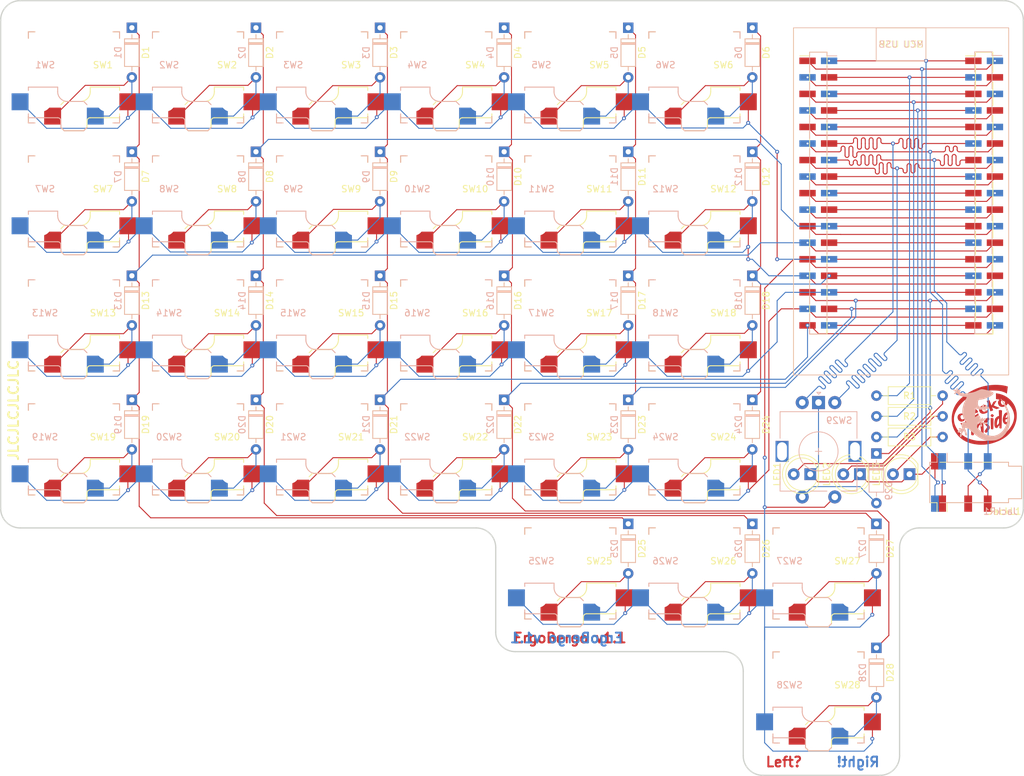
<source format=kicad_pcb>
(kicad_pcb (version 20221018) (generator pcbnew)
  (title_block (title "ErgoBergo") (date "2024-11-09"))
  (layers (0 "F.Cu" signal) (31 "B.Cu" signal) (34 "B.Paste" user) (35 "F.Paste" user) (36 "B.SilkS" user "B.Silkscreen") (37 "F.SilkS" user "F.Silkscreen") (38 "B.Mask" user) (39 "F.Mask" user) (44 "Edge.Cuts" user))
  (net 0 "")
  (net 1 "Col1")
  (net 2 "Net-(D1-A)")
  (net 3 "Col2")
  (net 4 "Net-(D2-A)")
  (net 5 "Net-(D3-A)")
  (net 6 "Net-(D4-A)")
  (net 7 "Row2")
  (net 8 "Col3")
  (net 9 "Net-(D5-A)")
  (net 10 "Col4")
  (net 11 "Col6")
  (net 12 "Net-(D6-A)")
  (net 13 "Net-(D7-A)")
  (net 14 "Net-(D8-A)")
  (net 15 "Net-(D9-A)")
  (net 16 "Net-(D10-A)")
  (net 17 "Net-(D11-A)")
  (net 18 "Net-(D12-A)")
  (net 19 "Net-(D13-A)")
  (net 20 "Net-(D14-A)")
  (net 21 "Net-(D15-A)")
  (net 22 "Net-(D16-A)")
  (net 23 "Net-(D17-A)")
  (net 24 "Net-(D18-A)")
  (net 25 "Row3")
  (net 26 "Net-(D19-A)")
  (net 27 "Net-(D20-A)")
  (net 28 "Net-(D21-A)")
  (net 29 "Net-(D22-A)")
  (net 30 "Net-(D23-A)")
  (net 31 "Net-(D24-A)")
  (net 32 "Net-(D25-A)")
  (net 33 "Net-(D26-A)")
  (net 34 "Net-(D27-A)")
  (net 35 "Net-(D28-A)")
  (net 36 "Row4")
  (net 37 "Row5")
  (net 38 "Col5")
  (net 39 "Row1")
  (net 40 "Net-(D29-A)")
  (net 41 "GND")
  (net 42 "unconnected-(GG12-Pin_4-Pad4)")
  (net 43 "unconnected-(GG12-Pin_6-Pad6)")
  (net 44 "unconnected-(GG12-Pin_8-Pad8)")
  (net 45 "unconnected-(GG12-Pin_10-Pad10)")
  (net 46 "unconnected-(GG12-Pin_18-Pad18)")
  (net 47 "unconnected-(GG12-Pin_16-Pad16)")
  (net 48 "unconnected-(GG12-Pin_17-Pad17)")
  (net 49 "unconnected-(GG12-Pin_19-Pad19)")
  (net 50 "unconnected-(GG12-Pin_20-Pad20)")
  (net 51 "unconnected-(GG12-Pin_21-Pad21)")
  (net 52 "unconnected-(GG12-Pin_23-Pad23)")
  (net 53 "VMCU")
  (net 54 "LED1")
  (net 55 "LED2")
  (net 56 "LED3")
  (net 57 "unconnected-(GG12-Pin_34-Pad34)")
  (net 58 "Net-(LED1-A)")
  (net 59 "Net-(LED2-A)")
  (net 60 "Net-(LED3-A)")
  (net 61 "unconnected-(GG12-Pin_15-Pad15)")
  (net 62 "RE1_A")
  (net 63 "RE1_B")
  (net 64 "UART_RX")
  (net 65 "UART_TX")
  (net 66 "unconnected-(GG12-Pin_9-Pad9)")
  (footprint "Diode_THT:D_DO-35_SOD27_P7.62mm_Horizontal" (layer "F.Cu") (at 218.44 83.82 -90)
    (fp_text reference "D18")
    (fp_text value "1N4148")
  )
  (footprint "footprints:intelinside-smol" (layer "F.Cu") (at 254 105.41)
    (fp_text reference "G***" hide)
    (fp_text value "LOGO" hide)
  )
  (footprint "Diode_THT:D_DO-35_SOD27_P7.62mm_Horizontal" (layer "F.Cu") (at 180.34 83.82 -90)
    (fp_text reference "D16")
    (fp_text value "1N4148")
  )
  (footprint "Connector_Audio:Jack_3.5mm_PJ320D_Horizontal" (layer "F.Cu") (at 251.4 115.57 180)
    (fp_text reference "JackL1")
    (fp_text value "AudioJack4")
  )
  (footprint "Resistor_THT:R_Axial_DIN0207_L6.3mm_D2.5mm_P10.16mm_Horizontal" (layer "F.Cu") (at 237.49 105.41)
    (fp_text reference "R2")
    (fp_text value "R")
  )
  (footprint "footprints:Kailh_socket_PG1350_reversible" (layer "F.Cu") (at 114.3 110.49)
    (fp_text reference "SW19")
    (fp_text value "SW_Push")
  )
  (footprint "Diode_THT:D_DO-35_SOD27_P7.62mm_Horizontal" (layer "F.Cu") (at 142.24 64.77 -90)
    (fp_text reference "D8")
    (fp_text value "1N4148")
  )
  (footprint "footprints:Kailh_socket_PG1350_reversible" (layer "F.Cu") (at 171.45 91.44)
    (fp_text reference "SW16")
    (fp_text value "SW_Push")
  )
  (footprint "Diode_THT:D_DO-35_SOD27_P7.62mm_Horizontal" (layer "F.Cu") (at 199.39 64.77 -90)
    (fp_text reference "D11")
    (fp_text value "1N4148")
  )
  (footprint "Diode_THT:D_DO-35_SOD27_P7.62mm_Horizontal" (layer "F.Cu") (at 199.39 102.87 -90)
    (fp_text reference "D23")
    (fp_text value "1N4148")
  )
  (footprint "Diode_THT:D_DO-35_SOD27_P7.62mm_Horizontal" (layer "F.Cu") (at 161.29 83.82 -90)
    (fp_text reference "D15")
    (fp_text value "1N4148")
  )
  (footprint "Diode_THT:D_DO-35_SOD27_P7.62mm_Horizontal" (layer "F.Cu") (at 218.44 121.92 -90)
    (fp_text reference "D26")
    (fp_text value "1N4148")
  )
  (footprint "Diode_THT:D_DO-35_SOD27_P7.62mm_Horizontal" (layer "F.Cu") (at 161.29 102.87 -90)
    (fp_text reference "D21")
    (fp_text value "1N4148")
  )
  (footprint "footprints:Kailh_socket_PG1350_reversible" (layer "F.Cu") (at 133.35 53.34)
    (fp_text reference "SW2")
    (fp_text value "SW_Push")
  )
  (footprint "footprints:Kailh_socket_PG1350_reversible" (layer "F.Cu") (at 190.5 129.54)
    (fp_text reference "SW25")
    (fp_text value "SW_Push")
  )
  (footprint "footprints:Kailh_socket_PG1350_reversible" (layer "F.Cu") (at 190.5 53.34)
    (fp_text reference "SW5")
    (fp_text value "SW_Push")
  )
  (footprint "Diode_THT:D_DO-35_SOD27_P7.62mm_Horizontal" (layer "F.Cu") (at 199.39 45.72 -90)
    (fp_text reference "D5")
    (fp_text value "1N4148")
  )
  (footprint "LED_THT:LED_D5.0mm" (layer "F.Cu") (at 242.57 114.3 180)
    (fp_text reference "LED3")
    (fp_text value "LED")
  )
  (footprint "footprints:Kailh_socket_PG1350_reversible" (layer "F.Cu") (at 171.45 72.39)
    (fp_text reference "SW10")
    (fp_text value "SW_Push")
  )
  (footprint "LED_THT:LED_D5.0mm" (layer "F.Cu") (at 227.335 114.3 180)
    (fp_text reference "LED1")
    (fp_text value "LED")
  )
  (footprint "footprints:Kailh_socket_PG1350_reversible" (layer "F.Cu") (at 209.55 72.39)
    (fp_text reference "SW12")
    (fp_text value "SW_Push")
  )
  (footprint "Diode_THT:D_DO-35_SOD27_P7.62mm_Horizontal" (layer "F.Cu") (at 237.49 140.97 -90)
    (fp_text reference "D28")
    (fp_text value "1N4148")
  )
  (footprint "footprints:Kailh_socket_PG1350_reversible" (layer "F.Cu") (at 152.4 53.34)
    (fp_text reference "SW3")
    (fp_text value "SW_Push")
  )
  (footprint "footprints:Kailh_socket_PG1350_reversible" (layer "F.Cu") (at 209.55 110.49)
    (fp_text reference "SW24")
    (fp_text value "SW_Push")
  )
  (footprint "Diode_THT:D_DO-35_SOD27_P7.62mm_Horizontal" (layer "F.Cu") (at 237.49 121.92 -90)
    (fp_text reference "D27")
    (fp_text value "1N4148")
  )
  (footprint "footprints:Kailh_socket_PG1350_reversible" (layer "F.Cu") (at 171.45 53.34)
    (fp_text reference "SW4")
    (fp_text value "SW_Push")
  )
  (footprint "footprints:Kailh_socket_PG1350_reversible" (layer "F.Cu") (at 114.3 72.39)
    (fp_text reference "SW7")
    (fp_text value "SW_Push")
  )
  (footprint "footprints:Kailh_socket_PG1350_reversible" (layer "F.Cu") (at 190.5 110.49)
    (fp_text reference "SW23")
    (fp_text value "SW_Push")
  )
  (footprint "Diode_THT:D_DO-35_SOD27_P7.62mm_Horizontal" (layer "F.Cu") (at 180.34 45.72 -90)
    (fp_text reference "D4")
    (fp_text value "1N4148")
  )
  (footprint "Diode_THT:D_DO-35_SOD27_P7.62mm_Horizontal" (layer "F.Cu") (at 180.34 102.87 -90)
    (fp_text reference "D22")
    (fp_text value "1N4148")
  )
  (footprint "footprints:Kailh_socket_PG1350_reversible" (layer "F.Cu") (at 209.55 91.44)
    (fp_text reference "SW18")
    (fp_text value "SW_Push")
  )
  (footprint "Diode_THT:D_DO-35_SOD27_P7.62mm_Horizontal" (layer "F.Cu") (at 199.39 121.92 -90)
    (fp_text reference "D25")
    (fp_text value "1N4148")
  )
  (footprint "Diode_THT:D_DO-35_SOD27_P7.62mm_Horizontal" (layer "F.Cu") (at 123.19 64.77 -90)
    (fp_text reference "D7")
    (fp_text value "1N4148")
  )
  (footprint "footprints:Kailh_socket_PG1350_reversible" (layer "F.Cu") (at 152.4 72.39)
    (fp_text reference "SW9")
    (fp_text value "SW_Push")
  )
  (footprint "Resistor_THT:R_Axial_DIN0207_L6.3mm_D2.5mm_P10.16mm_Horizontal" (layer "F.Cu") (at 237.49 102.235)
    (fp_text reference "R1")
    (fp_text value "R")
  )
  (footprint "footprints:Kailh_socket_PG1350_reversible" (layer "F.Cu") (at 152.4 110.49)
    (fp_text reference "SW21")
    (fp_text value "SW_Push")
  )
  (footprint "footprints:Kailh_socket_PG1350_reversible" (layer "F.Cu") (at 190.5 72.39)
    (fp_text reference "SW11")
    (fp_text value "SW_Push")
  )
  (footprint "Diode_THT:D_DO-35_SOD27_P7.62mm_Horizontal" (layer "F.Cu") (at 123.19 83.82 -90)
    (fp_text reference "D13")
    (fp_text value "1N4148")
  )
  (footprint "footprints:Kailh_socket_PG1350_reversible" (layer "F.Cu") (at 209.55 53.34)
    (fp_text reference "SW6")
    (fp_text value "SW_Push")
  )
  (footprint "Diode_THT:D_DO-35_SOD27_P7.62mm_Horizontal" (layer "F.Cu") (at 199.39 83.82 -90)
    (fp_text reference "D17")
    (fp_text value "1N4148")
  )
  (footprint "Diode_THT:D_DO-35_SOD27_P7.62mm_Horizontal" (layer "F.Cu") (at 142.24 102.87 -90)
    (fp_text reference "D20")
    (fp_text value "1N4148")
  )
  (footprint "Diode_THT:D_DO-35_SOD27_P7.62mm_Horizontal" (layer "F.Cu") (at 123.19 45.72 -90)
    (fp_text reference "D1")
    (fp_text value "1N4148")
  )
  (footprint "footprints:Kailh_socket_PG1350_reversible" (layer "F.Cu") (at 152.4 91.44)
    (fp_text reference "SW15")
    (fp_text value "SW_Push")
  )
  (footprint "Resistor_THT:R_Axial_DIN0207_L6.3mm_D2.5mm_P10.16mm_Horizontal" (layer "F.Cu") (at 237.49 108.585)
    (fp_text reference "R3")
    (fp_text value "R")
  )
  (footprint "SiliconLabs:GG12 SMD" (layer "F.Cu") (at 228.57 71.12)
    (fp_text reference "GG12" hide)
    (fp_text value "Conn_02x17_Odd_Even" hide)
  )
  (footprint "LED_THT:LED_D5.0mm" (layer "F.Cu") (at 234.95 114.3 180)
    (fp_text reference "LED2")
    (fp_text value "LED")
  )
  (footprint "Diode_THT:D_DO-35_SOD27_P7.62mm_Horizontal" (layer "F.Cu") (at 142.24 45.72 -90)
    (fp_text reference "D2")
    (fp_text value "1N4148")
  )
  (footprint "footprints:Kailh_socket_PG1350_reversible" (layer "F.Cu") (at 114.3 53.34)
    (fp_text reference "SW1")
    (fp_text value "SW_Push")
  )
  (footprint "footprints:Kailh_socket_PG1350_reversible" (layer "F.Cu") (at 228.6 129.54)
    (fp_text reference "SW27")
    (fp_text value "SW_Push")
  )
  (footprint "Diode_THT:D_DO-35_SOD27_P7.62mm_Horizontal" (layer "F.Cu") (at 123.19 102.87 -90)
    (fp_text reference "D19")
    (fp_text value "1N4148")
  )
  (footprint "Diode_THT:D_DO-35_SOD27_P7.62mm_Horizontal" (layer "F.Cu") (at 218.44 45.72 -90)
    (fp_text reference "D6")
    (fp_text value "1N4148")
  )
  (footprint "Diode_THT:D_DO-35_SOD27_P7.62mm_Horizontal" (layer "F.Cu") (at 161.29 64.77 -90)
    (fp_text reference "D9")
    (fp_text value "1N4148")
  )
  (footprint "Diode_THT:D_DO-35_SOD27_P7.62mm_Horizontal" (layer "F.Cu") (at 142.24 83.82 -90)
    (fp_text reference "D14")
    (fp_text value "1N4148")
  )
  (footprint "footprints:Kailh_socket_PG1350_reversible" (layer "F.Cu") (at 209.55 129.54)
    (fp_text reference "SW26")
    (fp_text value "SW_Push")
  )
  (footprint "footprints:Kailh_socket_PG1350_reversible" (layer "F.Cu") (at 228.6 148.59)
    (fp_text reference "SW28")
    (fp_text value "SW_Push")
  )
  (footprint "footprints:Kailh_socket_PG1350_reversible" (layer "F.Cu") (at 190.5 91.44)
    (fp_text reference "SW17")
    (fp_text value "SW_Push")
  )
  (footprint "Diode_THT:D_DO-35_SOD27_P7.62mm_Horizontal" (layer "F.Cu") (at 218.44 102.87 -90)
    (fp_text reference "D24")
    (fp_text value "1N4148")
  )
  (footprint "Diode_THT:D_DO-35_SOD27_P7.62mm_Horizontal" (layer "F.Cu") (at 218.44 64.77 -90)
    (fp_text reference "D12")
    (fp_text value "1N4148")
  )
  (footprint "Diode_THT:D_DO-35_SOD27_P7.62mm_Horizontal" (layer "F.Cu") (at 161.29 45.72 -90)
    (fp_text reference "D3")
    (fp_text value "1N4148")
  )
  (footprint "Diode_THT:D_DO-35_SOD27_P7.62mm_Horizontal" (layer "F.Cu") (at 180.34 64.77 -90)
    (fp_text reference "D10")
    (fp_text value "1N4148")
  )
  (footprint "footprints:Kailh_socket_PG1350_reversible" (layer "F.Cu") (at 114.3 91.44)
    (fp_text reference "SW13")
    (fp_text value "SW_Push")
  )
  (footprint "footprints:Kailh_socket_PG1350_reversible" (layer "F.Cu") (at 133.35 91.44)
    (fp_text reference "SW14")
    (fp_text value "SW_Push")
  )
  (footprint "footprints:Kailh_socket_PG1350_reversible" (layer "F.Cu") (at 133.35 72.39)
    (fp_text reference "SW8")
    (fp_text value "SW_Push")
  )
  (footprint "footprints:Kailh_socket_PG1350_reversible" (layer "F.Cu") (at 133.35 110.49)
    (fp_text reference "SW20")
    (fp_text value "SW_Push")
  )
  (footprint "footprints:Kailh_socket_PG1350_reversible" (layer "F.Cu") (at 171.45 110.49)
    (fp_text reference "SW22")
    (fp_text value "SW_Push")
  )
  (footprint "Connector_Audio:Jack_3.5mm_PJ320D_Horizontal" (layer "B.Cu") (at 251.4 115.57 180)
    (fp_text reference "JackR1")
    (fp_text value "AudioJack4")
  )
  (footprint "Diode_THT:D_DO-35_SOD27_P7.62mm_Horizontal" (layer "B.Cu") (at 237.49 111.125 -90)
    (fp_text reference "D29")
    (fp_text value "1N4148")
  )
  (footprint "Rotary_Encoder:RotaryEncoder_Alps_EC11E-Switch_Vertical_H20mm" (layer "B.Cu") (at 226.1 103.2925 -90)
    (fp_text reference "SW29")
    (fp_text value "RotaryEncoder_Switch")
  )
  (footprint "footprints:Gecko-smol" (layer "B.Cu") (at 253.365 104.775 180)
    (fp_text reference "G***" hide)
    (fp_text value "LOGO" hide)
  )
  (gr_arc (start 257.045 41.555) (mid 259.166291 42.43369) (end 260.045 44.555) (stroke (width 0.2)) (layer "Edge.Cuts"))
  (gr_arc (start 106.045 122.555) (mid 103.92365 121.676331) (end 103.045 119.555) (stroke (width 0.2)) (layer "Edge.Cuts"))
  (gr_line (start 103.045 119.555) (end 103.045 44.555) (stroke (width 0.2)) (layer "Edge.Cuts"))
  (gr_line (start 106.045 122.555) (end 176.045 122.555) (stroke (width 0.2)) (layer "Edge.Cuts"))
  (gr_arc (start 103.045 44.555) (mid 103.923665 42.433659) (end 106.045 41.555) (stroke (width 0.2)) (layer "Edge.Cuts"))
  (gr_arc (start 260.045 119.555) (mid 259.166306 121.6763) (end 257.045 122.555) (stroke (width 0.2)) (layer "Edge.Cuts"))
  (gr_line (start 106.045 41.555) (end 257.045 41.555) (stroke (width 0.2)) (layer "Edge.Cuts"))
  (gr_line (start 220.045 160.555) (end 238.045 160.555) (stroke (width 0.2)) (layer "Edge.Cuts"))
  (gr_arc (start 220.045 160.555) (mid 217.92365 159.676331) (end 217.045 157.555) (stroke (width 0.2)) (layer "Edge.Cuts"))
  (gr_line (start 182.045 141.555) (end 214.045 141.555) (stroke (width 0.2)) (layer "Edge.Cuts"))
  (gr_arc (start 241.045 157.555) (mid 240.166306 159.6763) (end 238.045 160.555) (stroke (width 0.2)) (layer "Edge.Cuts"))
  (gr_line (start 244.045 122.555) (end 257.045 122.555) (stroke (width 0.2)) (layer "Edge.Cuts"))
  (gr_line (start 217.045 144.555) (end 217.045 157.555) (stroke (width 0.2)) (layer "Edge.Cuts"))
  (gr_line (start 260.045 119.555) (end 260.045 44.555) (stroke (width 0.2)) (layer "Edge.Cuts"))
  (gr_line (start 179.045 125.555) (end 179.045 138.555) (stroke (width 0.2)) (layer "Edge.Cuts"))
  (gr_line (start 241.045 157.555) (end 241.045 125.555) (stroke (width 0.2)) (layer "Edge.Cuts"))
  (gr_arc (start 176.045 122.555) (mid 178.166291 123.43369) (end 179.045 125.555) (stroke (width 0.2)) (layer "Edge.Cuts"))
  (gr_arc (start 182.045 141.555) (mid 179.92365 140.676331) (end 179.045 138.555) (stroke (width 0.2)) (layer "Edge.Cuts"))
  (gr_arc (start 214.045 141.555) (mid 216.166291 142.43369) (end 217.045 144.555) (stroke (width 0.2)) (layer "Edge.Cuts"))
  (gr_arc (start 241.045 125.555) (mid 241.923665 123.433659) (end 244.045 122.555) (stroke (width 0.2)) (layer "Edge.Cuts"))
  (gr_text "Left?" (at 220.345 159.385) (layer "F.Cu") (effects (font (size 1.5 1.5) (thickness 0.3) bold) (justify left bottom)))
  (gr_text "gecko" (at 250.19 106.68 20) (layer "F.Cu") (effects (font (size 1.6 1.8) (thickness 0.25) bold italic) (justify left bottom)))
  (gr_text "ErgoBergo v1.1" (at 181.61 140.335) (layer "F.Cu") (effects (font (size 1.5 1.5) (thickness 0.3) bold) (justify left bottom)))
  (gr_text "Right!" (at 238.125 159.385) (layer "B.Cu") (effects (font (size 1.5 1.5) (thickness 0.3) bold) (justify left bottom mirror)))
  (gr_text "ErgoBergo v1.1" (at 198.755 140.335) (layer "B.Cu") (effects (font (size 1.5 1.5) (thickness 0.3) bold) (justify left bottom mirror)))
  (gr_text "JLCJLCJLCJLC" (at 105.907157 112.395 90) (layer "F.SilkS") (effects (font (size 1.5 1.5) (thickness 0.3) bold) (justify left bottom)))
  (segment (start 124.315 46.845) (end 124.315 63.645) (width 0.15) (layer "F.Cu") (net 1))
  (segment (start 126.08 121) (end 198.47 121) (width 0.15) (layer "F.Cu") (net 1))
  (segment (start 124.315 101.745) (end 123.19 102.87) (width 0.15) (layer "F.Cu") (net 1))
  (segment (start 124.315 82.695) (end 123.19 83.82) (width 0.15) (layer "F.Cu") (net 1))
  (segment (start 123.19 83.82) (end 124.315 84.945) (width 0.15) (layer "F.Cu") (net 1))
  (segment (start 124.315 103.995) (end 124.315 119.235) (width 0.15) (layer "F.Cu") (net 1))
  (segment (start 124.315 84.945) (end 124.315 101.745) (width 0.15) (layer "F.Cu") (net 1))
  (segment (start 123.19 45.72) (end 124.315 46.845) (width 0.15) (layer "F.Cu") (net 1))
  (segment (start 254.415 80.01) (end 255.685 78.74) (width 0.15) (layer "F.Cu") (net 1))
  (segment (start 228.185 80.01) (end 254.415 80.01) (width 0.15) (layer "F.Cu") (net 1))
  (segment (start 123.19 102.87) (end 124.315 103.995) (width 0.15) (layer "F.Cu") (net 1))
  (segment (start 198.47 121) (end 199.39 121.92) (width 0.15) (layer "F.Cu") (net 1))
  (segment (start 124.315 63.645) (end 123.19 64.77) (width 0.15) (layer "F.Cu") (net 1))
  (segment (start 123.19 64.77) (end 124.315 65.895) (width 0.15) (layer "F.Cu") (net 1))
  (segment (start 124.315 119.235) (end 126.08 121) (width 0.15) (layer "F.Cu") (net 1))
  (segment (start 124.315 65.895) (end 124.315 82.695) (width 0.15) (layer "F.Cu") (net 1))
  (segment (start 226.915 78.74) (end 228.185 80.01) (width 0.15) (layer "F.Cu") (net 1))
  (via (at 226.915 78.74) (size 0.6) (drill 0.3) (layers "F.Cu" "B.Cu") (net 1))
  (segment (start 126.365 80.645) (end 123.19 83.82) (width 0.15) (layer "B.Cu") (net 1))
  (segment (start 217.805 80.645) (end 126.365 80.645) (width 0.15) (layer "B.Cu") (net 1))
  (segment (start 226.915 78.74) (end 219.71 78.74) (width 0.15) (layer "B.Cu") (net 1))
  (segment (start 219.71 78.74) (end 217.805 80.645) (width 0.15) (layer "B.Cu") (net 1))
  (segment (start 111.304999 59.29) (end 111.025 59.29) (width 0.15) (layer "F.Cu") (net 2))
  (segment (start 121.9641 54.5659) (end 116.029099 54.5659) (width 0.15) (layer "F.Cu") (net 2))
  (segment (start 116.029099 54.5659) (end 111.304999 59.29) (width 0.15) (layer "F.Cu") (net 2))
  (segment (start 123.19 53.34) (end 121.9641 54.5659) (width 0.15) (layer "F.Cu") (net 2))
  (segment (start 123.19 53.34) (end 123.19 55.85165) (width 0.15) (layer "B.Cu") (net 2))
  (segment (start 123.19 55.85165) (end 119.75165 59.29) (width 0.15) (layer "B.Cu") (net 2))
  (segment (start 119.75165 59.29) (end 117.575 59.29) (width 0.15) (layer "B.Cu") (net 2))
  (segment (start 143.365 82.695) (end 142.24 83.82) (width 0.15) (layer "F.Cu") (net 3))
  (segment (start 142.24 45.72) (end 143.365 46.845) (width 0.15) (layer "F.Cu") (net 3))
  (segment (start 142.24 83.82) (end 143.365 84.945) (width 0.15) (layer "F.Cu") (net 3))
  (segment (start 143.365 46.845) (end 143.365 63.645) (width 0.15) (layer "F.Cu") (net 3))
  (segment (start 230.225 76.2) (end 252.375 76.2) (width 0.15) (layer "F.Cu") (net 3))
  (segment (start 143.51 118.745) (end 145.415 120.65) (width 0.15) (layer "F.Cu") (net 3))
  (segment (start 145.415 120.65) (end 217.17 120.65) (width 0.15) (layer "F.Cu") (net 3))
  (segment (start 143.365 84.945) (end 143.365 101.745) (width 0.15) (layer "F.Cu") (net 3))
  (segment (start 143.365 101.745) (end 142.24 102.87) (width 0.15) (layer "F.Cu") (net 3))
  (segment (start 142.24 102.87) (end 143.51 104.14) (width 0.15) (layer "F.Cu") (net 3))
  (segment (start 143.365 63.645) (end 142.24 64.77) (width 0.15) (layer "F.Cu") (net 3))
  (segment (start 143.51 104.14) (end 143.51 118.745) (width 0.15) (layer "F.Cu") (net 3))
  (segment (start 217.17 120.65) (end 218.44 121.92) (width 0.15) (layer "F.Cu") (net 3))
  (segment (start 142.24 64.77) (end 143.365 65.895) (width 0.15) (layer "F.Cu") (net 3))
  (segment (start 143.365 65.895) (end 143.365 82.695) (width 0.15) (layer "F.Cu") (net 3))
  (via (at 230.225 76.2) (size 0.6) (drill 0.3) (layers "F.Cu" "B.Cu") (net 3))
  (segment (start 219.075 62.865) (end 222.885 66.675) (width 0.15) (layer "B.Cu") (net 3))
  (segment (start 222.885 66.675) (end 222.885 73.66) (width 0.15) (layer "B.Cu") (net 3))
  (segment (start 225.425 76.2) (end 230.225 76.2) (width 0.15) (layer "B.Cu") (net 3))
  (segment (start 144.145 62.865) (end 219.075 62.865) (width 0.15) (layer "B.Cu") (net 3))
  (segment (start 142.24 64.77) (end 144.145 62.865) (width 0.15) (layer "B.Cu") (net 3))
  (segment (start 222.885 73.66) (end 225.425 76.2) (width 0.15) (layer "B.Cu") (net 3))
  (segment (start 135.079099 54.5659) (end 130.354999 59.29) (width 0.15) (layer "F.Cu") (net 4))
  (segment (start 141.0141 54.5659) (end 135.079099 54.5659) (width 0.15) (layer "F.Cu") (net 4))
  (segment (start 142.24 53.34) (end 141.0141 54.5659) (width 0.15) (layer "F.Cu") (net 4))
  (segment (start 130.354999 59.29) (end 130.075 59.29) (width 0.15) (layer "F.Cu") (net 4))
  (segment (start 142.24 53.34) (end 142.24 55.85165) (width 0.15) (layer "B.Cu") (net 4))
  (segment (start 142.24 55.85165) (end 138.80165 59.29) (width 0.15) (layer "B.Cu") (net 4))
  (segment (start 138.80165 59.29) (end 136.625 59.29) (width 0.15) (layer "B.Cu") (net 4))
  (segment (start 160.02 54.61) (end 154.014289 54.61) (width 0.15) (layer "F.Cu") (net 5))
  (segment (start 149.334289 59.29) (end 149.125 59.29) (width 0.15) (layer "F.Cu") (net 5))
  (segment (start 154.014289 54.61) (end 149.334289 59.29) (width 0.15) (layer "F.Cu") (net 5))
  (segment (start 161.29 53.34) (end 160.02 54.61) (width 0.15) (layer "F.Cu") (net 5))
  (segment (start 161.29 53.34) (end 161.29 55.85165) (width 0.15) (layer "B.Cu") (net 5))
  (segment (start 157.85165 59.29) (end 155.675 59.29) (width 0.15) (layer "B.Cu") (net 5))
  (segment (start 161.29 55.85165) (end 157.85165 59.29) (width 0.15) (layer "B.Cu") (net 5))
  (segment (start 173.134999 54.61) (end 168.454999 59.29) (width 0.15) (layer "F.Cu") (net 6))
  (segment (start 180.34 53.34) (end 179.07 54.61) (width 0.15) (layer "F.Cu") (net 6))
  (segment (start 179.07 54.61) (end 173.134999 54.61) (width 0.15) (layer "F.Cu") (net 6))
  (segment (start 168.454999 59.29) (end 168.175 59.29) (width 0.15) (layer "F.Cu") (net 6))
  (segment (start 180.34 53.34) (end 180.34 55.85165) (width 0.15) (layer "B.Cu") (net 6))
  (segment (start 180.34 55.85165) (end 176.90165 59.29) (width 0.15) (layer "B.Cu") (net 6))
  (segment (start 176.90165 59.29) (end 174.725 59.29) (width 0.15) (layer "B.Cu") (net 6))
  (segment (start 179.830904 76.245904) (end 179.725 76.14) (width 0.15) (layer "F.Cu") (net 7))
  (segment (start 179.830904 78.563682) (end 179.830904 76.245904) (width 0.15) (layer "F.Cu") (net 7))
  (segment (start 160.755154 76.220154) (end 160.675 76.14) (width 0.15) (layer "F.Cu") (net 7))
  (segment (start 122.681834 78.563682) (end 122.681834 76.246834) (width 0.15) (layer "F.Cu") (net 7))
  (segment (start 217.805 79.375) (end 217.825 79.355) (width 0.15) (layer "F.Cu") (net 7))
  (segment (start 217.805 81.28) (end 217.805 79.375) (width 0.15) (layer "F.Cu") (net 7))
  (segment (start 226.915 83.82) (end 228.185 85.09) (width 0.15) (layer "F.Cu") (net 7))
  (segment (start 198.789384 78.602772) (end 198.789384 76.154384) (width 0.15) (layer "F.Cu") (net 7))
  (segment (start 141.625 78.696266) (end 141.625 76.14) (width 0.15) (layer "F.Cu") (net 7))
  (segment (start 254.415 85.09) (end 255.685 83.82) (width 0.15) (layer "F.Cu") (net 7))
  (segment (start 141.601225 78.720041) (end 141.625 78.696266) (width 0.15) (layer "F.Cu") (net 7))
  (segment (start 198.789384 76.154384) (end 198.775 76.14) (width 0.15) (layer "F.Cu") (net 7))
  (segment (start 217.825 79.355) (end 217.825 76.14) (width 0.15) (layer "F.Cu") (net 7))
  (segment (start 160.755154 78.563682) (end 160.755154 76.220154) (width 0.15) (layer "F.Cu") (net 7))
  (segment (start 122.681834 76.246834) (end 122.575 76.14) (width 0.15) (layer "F.Cu") (net 7))
  (segment (start 228.185 85.09) (end 254.415 85.09) (width 0.15) (layer "F.Cu") (net 7))
  (via (at 160.755154 78.563682) (size 0.6) (drill 0.3) (layers "F.Cu" "B.Cu") (net 7))
  (via (at 122.681834 78.563682) (size 0.6) (drill 0.3) (layers "F.Cu" "B.Cu") (net 7))
  (via (at 226.915 83.82) (size 0.6) (drill 0.3) (layers "F.Cu" "B.Cu") (net 7))
  (via (at 141.601225 78.720041) (size 0.6) (drill 0.3) (layers "F.Cu" "B.Cu") (net 7))
  (via (at 179.830904 78.563682) (size 0.6) (drill 0.3) (layers "F.Cu" "B.Cu") (net 7))
  (via (at 217.805 79.375) (size 0.6) (drill 0.3) (layers "F.Cu" "B.Cu") (net 7))
  (via (at 198.789384 78.602772) (size 0.6) (drill 0.3) (layers "F.Cu" "B.Cu") (net 7))
  (via (at 217.805 81.28) (size 0.6) (drill 0.3) (layers "F.Cu" "B.Cu") (net 7))
  (segment (start 220.98 83.82) (end 218.44 81.28) (width 0.15) (layer "B.Cu") (net 7))
  (segment (start 201.275 76.815) (end 201.275 76.14) (width 0.15) (layer "B.Cu") (net 7))
  (segment (start 178.15 80.215) (end 179.801318 78.563682) (width 0.15) (layer "B.Cu") (net 7))
  (segment (start 217.805 79.375) (end 216.965 80.215) (width 0.15) (layer "B.Cu") (net 7))
  (segment (start 167.25 80.215) (end 178.15 80.215) (width 0.15) (layer "B.Cu") (net 7))
  (segment (start 159.1 80.215) (end 160.751318 78.563682) (width 0.15) (layer "B.Cu") (net 7))
  (segment (start 198.789384 78.625616) (end 198.789384 78.602772) (width 0.15) (layer "B.Cu") (net 7))
  (segment (start 179.830904 78.534096) (end 182.225 76.14) (width 0.15) (layer "B.Cu") (net 7))
  (segment (start 182.225 76.14) (end 186.3 80.215) (width 0.15) (layer "B.Cu") (net 7))
  (segment (start 148.2 80.215) (end 159.1 80.215) (width 0.15) (layer "B.Cu") (net 7))
  (segment (start 197.2 80.215) (end 198.789384 78.625616) (width 0.15) (layer "B.Cu") (net 7))
  (segment (start 163.175 76.14) (end 167.25 80.215) (width 0.15) (layer "B.Cu") (net 7))
  (segment (start 218.44 81.28) (end 217.805 81.28) (width 0.15) (layer "B.Cu") (net 7))
  (segment (start 216.965 80.215) (end 204.675 80.215) (width 0.15) (layer "B.Cu") (net 7))
  (segment (start 122.681834 78.563682) (end 122.681834 78.533166) (width 0.15) (layer "B.Cu") (net 7))
  (segment (start 141.601225 78.720041) (end 141.601225 78.663775) (width 0.15) (layer "B.Cu") (net 7))
  (segment (start 198.812228 78.602772) (end 201.275 76.14) (width 0.15) (layer "B.Cu") (net 7))
  (segment (start 160.755154 78.563682) (end 160.755154 78.559846) (width 0.15) (layer "B.Cu") (net 7))
  (segment (start 140.156266 80.165) (end 141.601225 78.720041) (width 0.15) (layer "B.Cu") (net 7))
  (segment (start 110.1 80.215) (end 121 80.215) (width 0.15) (layer "B.Cu") (net 7))
  (segment (start 160.751318 78.563682) (end 160.755154 78.563682) (width 0.15) (layer "B.Cu") (net 7))
  (segment (start 125.075 76.14) (end 129.1 80.165) (width 0.15) (layer "B.Cu") (net 7))
  (segment (start 160.755154 78.559846) (end 163.175 76.14) (width 0.15) (layer "B.Cu") (net 7))
  (segment (start 121 80.215) (end 122.651318 78.563682) (width 0.15) (layer "B.Cu") (net 7))
  (segment (start 204.675 80.215) (end 201.275 76.815) (width 0.15) (layer "B.Cu") (net 7))
  (segment (start 141.601225 78.663775) (end 144.125 76.14) (width 0.15) (layer "B.Cu") (net 7))
  (segment (start 226.915 83.82) (end 220.98 83.82) (width 0.15) (layer "B.Cu") (net 7))
  (segment (start 106.025 76.14) (end 110.1 80.215) (width 0.15) (layer "B.Cu") (net 7))
  (segment (start 186.3 80.215) (end 197.2 80.215) (width 0.15) (layer "B.Cu") (net 7))
  (segment (start 179.801318 78.563682) (end 179.830904 78.563682) (width 0.15) (layer "B.Cu") (net 7))
  (segment (start 198.789384 78.602772) (end 198.812228 78.602772) (width 0.15) (layer "B.Cu") (net 7))
  (segment (start 144.125 76.14) (end 148.2 80.215) (width 0.15) (layer "B.Cu") (net 7))
  (segment (start 129.1 80.165) (end 140.156266 80.165) (width 0.15) (layer "B.Cu") (net 7))
  (segment (start 179.830904 78.563682) (end 179.830904 78.534096) (width 0.15) (layer "B.Cu") (net 7))
  (segment (start 122.681834 78.533166) (end 125.075 76.14) (width 0.15) (layer "B.Cu") (net 7))
  (segment (start 122.651318 78.563682) (end 122.681834 78.563682) (width 0.15) (layer "B.Cu") (net 7))
  (segment (start 162.415 84.945) (end 162.415 101.745) (width 0.15) (layer "F.Cu") (net 8))
  (segment (start 255.685 91.44) (end 254.415 92.71) (width 0.15) (layer "F.Cu") (net 8))
  (segment (start 162.415 63.645) (end 161.29 64.77) (width 0.15) (layer "F.Cu") (net 8))
  (segment (start 162.415 46.845) (end 162.415 63.645) (width 0.15) (layer "F.Cu") (net 8))
  (segment (start 162.415 101.745) (end 161.29 102.87) (width 0.15) (layer "F.Cu") (net 8))
  (segment (start 254.415 92.71) (end 228.6 92.71) (width 0.15) (layer "F.Cu") (net 8))
  (segment (start 161.29 45.72) (end 162.415 46.845) (width 0.15) (layer "F.Cu") (net 8))
  (segment (start 162.415 65.895) (end 162.415 82.695) (width 0.15) (layer "F.Cu") (net 8))
  (segment (start 161.29 83.82) (end 162.415 84.945) (width 0.15) (layer "F.Cu") (net 8))
  (segment (start 227.33 91.44) (end 226.915 91.44) (width 0.15) (layer "F.Cu") (net 8))
  (segment (start 228.6 92.71) (end 227.33 91.44) (width 0.15) (layer "F.Cu") (net 8))
  (segment (start 162.56 104.14) (end 162.56 118.11) (width 0.15) (layer "F.Cu") (net 8))
  (segment (start 235.87 120.3) (end 237.49 121.92) (width 0.15) (layer "F.Cu") (net 8))
  (segment (start 161.29 102.87) (end 162.56 104.14) (width 0.15) (layer "F.Cu") (net 8))
  (segment (start 162.56 118.11) (end 164.75 120.3) (width 0.15) (layer "F.Cu") (net 8))
  (segment (start 164.75 120.3) (end 235.87 120.3) (width 0.15) (layer "F.Cu") (net 8))
  (segment (start 161.29 64.77) (end 162.415 65.895) (width 0.15) (layer "F.Cu") (net 8))
  (segment (start 162.415 82.695) (end 161.29 83.82) (width 0.15) (layer "F.Cu") (net 8))
  (via (at 226.915 91.44) (size 0.6) (drill 0.3) (layers "F.Cu" "B.Cu") (net 8))
  (via (at 255.685 91.44) (size 0.6) (drill 0.3) (layers "F.Cu" "B.Cu") (net 8))
  (segment (start 164.445 99.715) (end 161.29 102.87) (width 0.15) (layer "B.Cu") (net 8))
  (segment (start 226.915 96.3) (end 223.5 99.715) (width 0.15) (layer "B.Cu") (net 8))
  (segment (start 223.5 99.715) (end 164.445 99.715) (width 0.15) (layer "B.Cu") (net 8))
  (segment (start 226.915 91.44) (end 226.915 96.3) (width 0.15) (layer "B.Cu") (net 8))
  (segment (start 198.12 54.61) (end 192.184999 54.61) (width 0.15) (layer "F.Cu") (net 9))
  (segment (start 199.39 53.34) (end 198.12 54.61) (width 0.15) (layer "F.Cu") (net 9))
  (segment (start 187.504999 59.29) (end 187.225 59.29) (width 0.15) (layer "F.Cu") (net 9))
  (segment (start 192.184999 54.61) (end 187.504999 59.29) (width 0.15) (layer "F.Cu") (net 9))
  (segment (start 195.95165 59.29) (end 193.775 59.29) (width 0.15) (layer "B.Cu") (net 9))
  (segment (start 199.39 53.34) (end 199.39 55.85165) (width 0.15) (layer "B.Cu") (net 9))
  (segment (start 199.39 55.85165) (end 195.95165 59.29) (width 0.15) (layer "B.Cu") (net 9))
  (segment (start 181.61 117.9975) (end 183.5625 119.95) (width 0.15) (layer "F.Cu") (net 10))
  (segment (start 181.465 101.745) (end 180.34 102.87) (width 0.15) (layer "F.Cu") (net 10))
  (segment (start 181.465 84.945) (end 181.465 101.745) (width 0.15) (layer "F.Cu") (net 10))
  (segment (start 252.375 88.9) (end 230.225 88.9) (width 0.15) (layer "F.Cu") (net 10))
  (segment (start 180.34 45.72) (end 181.465 46.845) (width 0.15) (layer "F.Cu") (net 10))
  (segment (start 239.395 121.675) (end 239.395 139.065) (width 0.15) (layer "F.Cu") (net 10))
  (segment (start 180.34 102.87) (end 181.61 104.14) (width 0.15) (layer "F.Cu") (net 10))
  (segment (start 181.61 66.04) (end 181.61 82.55) (width 0.15) (layer "F.Cu") (net 10))
  (segment (start 180.34 64.77) (end 181.61 66.04) (width 0.15) (layer "F.Cu") (net 10))
  (segment (start 181.61 82.55) (end 180.34 83.82) (width 0.15) (layer "F.Cu") (net 10))
  (segment (start 180.34 83.82) (end 181.465 84.945) (width 0.15) (layer "F.Cu") (net 10))
  (segment (start 181.61 104.14) (end 181.61 117.9975) (width 0.15) (layer "F.Cu") (net 10))
  (segment (start 239.395 139.065) (end 237.49 140.97) (width 0.15) (layer "F.Cu") (net 10))
  (segment (start 181.465 46.845) (end 181.465 63.645) (width 0.15) (layer "F.Cu") (net 10))
  (segment (start 181.465 63.645) (end 180.34 64.77) (width 0.15) (layer "F.Cu") (net 10))
  (segment (start 237.67 119.95) (end 239.395 121.675) (width 0.15) (layer "F.Cu") (net 10))
  (segment (start 183.5625 119.95) (end 237.67 119.95) (width 0.15) (layer "F.Cu") (net 10))
  (via (at 252.375 88.9) (size 0.6) (drill 0.3) (layers "F.Cu" "B.Cu") (net 10))
  (via (at 233.68 88.9) (size 0.6) (drill 0.3) (layers "F.Cu" "B.Cu") (net 10))
  (segment (start 223.52 100.33) (end 182.88 100.33) (width 0.15) (layer "B.Cu") (net 10))
  (segment (start 182.88 100.33) (end 180.34 102.87) (width 0.15) (layer "B.Cu") (net 10))
  (segment (start 233.68 90.17) (end 223.52 100.33) (width 0.15) (layer "B.Cu") (net 10))
  (segment (start 233.68 88.9) (end 233.68 90.17) (width 0.15) (layer "B.Cu") (net 10))
  (segment (start 219.71 82.55) (end 219.71 66.04) (width 0.15) (layer "F.Cu") (net 11))
  (segment (start 252.375 83.82) (end 230.225 83.82) (width 0.15) (layer "F.Cu") (net 11))
  (segment (start 218.44 102.87) (end 219.71 101.6) (width 0.15) (layer "F.Cu") (net 11))
  (segment (start 218.44 64.77) (end 219.71 63.5) (width 0.15) (layer "F.Cu") (net 11))
  (segment (start 219.71 66.04) (end 218.44 64.77) (width 0.15) (layer "F.Cu") (net 11))
  (segment (start 218.44 83.82) (end 219.71 82.55) (width 0.15) (layer "F.Cu") (net 11))
  (segment (start 219.71 46.99) (end 218.44 45.72) (width 0.15) (layer "F.Cu") (net 11))
  (segment (start 219.71 101.6) (end 219.71 85.09) (width 0.15) (layer "F.Cu") (net 11))
  (segment (start 219.71 85.09) (end 218.44 83.82) (width 0.15) (layer "F.Cu") (net 11))
  (segment (start 219.71 63.5) (end 219.71 46.99) (width 0.15) (layer "F.Cu") (net 11))
  (via (at 252.375 83.82) (size 0.6) (drill 0.3) (layers "F.Cu" "B.Cu") (net 11))
  (via (at 230.225 83.82) (size 0.6) (drill 0.3) (layers "F.Cu" "B.Cu") (net 11))
  (segment (start 230.225 83.82) (end 228.955 85.09) (width 0.15) (layer "B.Cu") (net 11))
  (segment (start 228.955 85.09) (end 219.71 85.09) (width 0.15) (layer "B.Cu") (net 11))
  (segment (start 219.71 85.09) (end 218.44 83.82) (width 0.15) (layer "B.Cu") (net 11))
  (segment (start 218.44 53.34) (end 217.17 54.61) (width 0.15) (layer "F.Cu") (net 12))
  (segment (start 217.17 54.61) (end 211.234999 54.61) (width 0.15) (layer "F.Cu") (net 12))
  (segment (start 211.234999 54.61) (end 206.554999 59.29) (width 0.15) (layer "F.Cu") (net 12))
  (segment (start 206.554999 59.29) (end 206.275 59.29) (width 0.15) (layer "F.Cu") (net 12))
  (segment (start 218.44 55.85165) (end 215.00165 59.29) (width 0.15) (layer "B.Cu") (net 12))
  (segment (start 218.44 53.34) (end 218.44 55.85165) (width 0.15) (layer "B.Cu") (net 12))
  (segment (start 215.00165 59.29) (end 212.825 59.29) (width 0.15) (layer "B.Cu") (net 12))
  (segment (start 115.984999 73.66) (end 111.304999 78.34) (width 0.15) (layer "F.Cu") (net 13))
  (segment (start 121.92 73.66) (end 115.984999 73.66) (width 0.15) (layer "F.Cu") (net 13))
  (segment (start 111.304999 78.34) (end 111.025 78.34) (width 0.15) (layer "F.Cu") (net 13))
  (segment (start 123.19 72.39) (end 121.92 73.66) (width 0.15) (layer "F.Cu") (net 13))
  (segment (start 123.19 72.39) (end 123.19 74.90165) (width 0.15) (layer "B.Cu") (net 13))
  (segment (start 123.19 74.90165) (end 119.75165 78.34) (width 0.15) (layer "B.Cu") (net 13))
  (segment (start 119.75165 78.34) (end 117.575 78.34) (width 0.15) (layer "B.Cu") (net 13))
  (segment (start 134.168 74.4295) (end 130.2575 78.34) (width 0.15) (layer "F.Cu") (net 14))
  (segment (start 142.24 72.39) (end 140.97 73.66) (width 0.15) (layer "F.Cu") (net 14))
  (segment (start 134.964289 73.66) (end 134.194789 74.4295) (width 0.15) (layer "F.Cu") (net 14))
  (segment (start 130.2575 78.34) (end 130.075 78.34) (width 0.15) (layer "F.Cu") (net 14))
  (segment (start 140.97 73.66) (end 134.964289 73.66) (width 0.15) (layer "F.Cu") (net 14))
  (segment (start 134.194789 74.4295) (end 134.168 74.4295) (width 0.15) (layer "F.Cu") (net 14))
  (segment (start 142.24 74.90165) (end 138.80165 78.34) (width 0.15) (layer "B.Cu") (net 14))
  (segment (start 142.24 72.39) (end 142.24 74.90165) (width 0.15) (layer "B.Cu") (net 14))
  (segment (start 138.80165 78.34) (end 136.625 78.34) (width 0.15) (layer "B.Cu") (net 14))
  (segment (start 160.0641 73.6159) (end 154.129099 73.6159) (width 0.15) (layer "F.Cu") (net 15))
  (segment (start 149.404999 78.34) (end 149.125 78.34) (width 0.15) (layer "F.Cu") (net 15))
  (segment (start 161.29 72.39) (end 160.0641 73.6159) (width 0.15) (layer "F.Cu") (net 15))
  (segment (start 154.129099 73.6159) (end 149.404999 78.34) (width 0.15) (layer "F.Cu") (net 15))
  (segment (start 161.29 72.39) (end 161.29 74.90165) (width 0.15) (layer "B.Cu") (net 15))
  (segment (start 161.29 74.90165) (end 157.85165 78.34) (width 0.15) (layer "B.Cu") (net 15))
  (segment (start 157.85165 78.34) (end 155.675 78.34) (width 0.15) (layer "B.Cu") (net 15))
  (segment (start 173.064289 73.66) (end 168.384289 78.34) (width 0.15) (layer "F.Cu") (net 16))
  (segment (start 180.34 72.39) (end 179.07 73.66) (width 0.15) (layer "F.Cu") (net 16))
  (segment (start 168.384289 78.34) (end 168.175 78.34) (width 0.15) (layer "F.Cu") (net 16))
  (segment (start 179.07 73.66) (end 173.064289 73.66) (width 0.15) (layer "F.Cu") (net 16))
  (segment (start 180.34 72.39) (end 180.34 74.90165) (width 0.15) (layer "B.Cu") (net 16))
  (segment (start 176.90165 78.34) (end 174.725 78.34) (width 0.15) (layer "B.Cu") (net 16))
  (segment (start 180.34 74.90165) (end 176.90165 78.34) (width 0.15) (layer "B.Cu") (net 16))
  (segment (start 198.12 73.66) (end 192.114289 73.66) (width 0.15) (layer "F.Cu") (net 17))
  (segment (start 192.114289 73.66) (end 187.434289 78.34) (width 0.15) (layer "F.Cu") (net 17))
  (segment (start 199.39 72.39) (end 198.12 73.66) (width 0.15) (layer "F.Cu") (net 17))
  (segment (start 187.434289 78.34) (end 187.225 78.34) (width 0.15) (layer "F.Cu") (net 17))
  (segment (start 199.39 72.39) (end 199.39 74.90165) (width 0.15) (layer "B.Cu") (net 17))
  (segment (start 195.95165 78.34) (end 193.775 78.34) (width 0.15) (layer "B.Cu") (net 17))
  (segment (start 199.39 74.90165) (end 195.95165 78.34) (width 0.15) (layer "B.Cu") (net 17))
  (segment (start 218.44 72.39) (end 217.17 73.66) (width 0.15) (layer "F.Cu") (net 18))
  (segment (start 206.554999 78.34) (end 206.275 78.34) (width 0.15) (layer "F.Cu") (net 18))
  (segment (start 211.234999 73.66) (end 206.554999 78.34) (width 0.15) (layer "F.Cu") (net 18))
  (segment (start 217.17 73.66) (end 211.234999 73.66) (width 0.15) (layer "F.Cu") (net 18))
  (segment (start 218.44 72.39) (end 218.44 74.90165) (width 0.15) (layer "B.Cu") (net 18))
  (segment (start 218.44 74.90165) (end 215.00165 78.34) (width 0.15) (layer "B.Cu") (net 18))
  (segment (start 215.00165 78.34) (end 212.825 78.34) (width 0.15) (layer "B.Cu") (net 18))
  (segment (start 111.304999 97.39) (end 111.025 97.39) (width 0.15) (layer "F.Cu") (net 19))
  (segment (start 123.19 91.44) (end 121.92 92.71) (width 0.15) (layer "F.Cu") (net 19))
  (segment (start 115.984999 92.71) (end 111.304999 97.39) (width 0.15) (layer "F.Cu") (net 19))
  (segment (start 121.92 92.71) (end 115.984999 92.71) (width 0.15) (layer "F.Cu") (net 19))
  (segment (start 119.75165 97.39) (end 117.575 97.39) (width 0.15) (layer "B.Cu") (net 19))
  (segment (start 123.19 91.44) (end 123.19 93.95165) (width 0.15) (layer "B.Cu") (net 19))
  (segment (start 123.19 93.95165) (end 119.75165 97.39) (width 0.15) (layer "B.Cu") (net 19))
  (segment (start 142.24 91.44) (end 140.97 92.71) (width 0.15) (layer "F.Cu") (net 20))
  (segment (start 130.284289 97.39) (end 130.075 97.39) (width 0.15) (layer "F.Cu") (net 20))
  (segment (start 134.964289 92.71) (end 130.284289 97.39) (width 0.15) (layer "F.Cu") (net 20))
  (segment (start 140.97 92.71) (end 134.964289 92.71) (width 0.15) (layer "F.Cu") (net 20))
  (segment (start 142.24 91.44) (end 142.24 93.95165) (width 0.15) (layer "B.Cu") (net 20))
  (segment (start 138.80165 97.39) (end 136.625 97.39) (width 0.15) (layer "B.Cu") (net 20))
  (segment (start 142.24 93.95165) (end 138.80165 97.39) (width 0.15) (layer "B.Cu") (net 20))
  (segment (start 160.02 92.71) (end 154.014289 92.71) (width 0.15) (layer "F.Cu") (net 21))
  (segment (start 154.014289 92.71) (end 149.334289 97.39) (width 0.15) (layer "F.Cu") (net 21))
  (segment (start 149.334289 97.39) (end 149.125 97.39) (width 0.15) (layer "F.Cu") (net 21))
  (segment (start 161.29 91.44) (end 160.02 92.71) (width 0.15) (layer "F.Cu") (net 21))
  (segment (start 161.29 91.44) (end 161.29 93.95165) (width 0.15) (layer "B.Cu") (net 21))
  (segment (start 157.85165 97.39) (end 155.675 97.39) (width 0.15) (layer "B.Cu") (net 21))
  (segment (start 161.29 93.95165) (end 157.85165 97.39) (width 0.15) (layer "B.Cu") (net 21))
  (segment (start 173.064289 92.71) (end 168.384289 97.39) (width 0.15) (layer "F.Cu") (net 22))
  (segment (start 179.07 92.71) (end 173.064289 92.71) (width 0.15) (layer "F.Cu") (net 22))
  (segment (start 168.384289 97.39) (end 168.175 97.39) (width 0.15) (layer "F.Cu") (net 22))
  (segment (start 180.34 91.44) (end 179.07 92.71) (width 0.15) (layer "F.Cu") (net 22))
  (segment (start 180.34 91.44) (end 180.34 93.95165) (width 0.15) (layer "B.Cu") (net 22))
  (segment (start 180.34 93.95165) (end 176.90165 97.39) (width 0.15) (layer "B.Cu") (net 22))
  (segment (start 176.90165 97.39) (end 174.725 97.39) (width 0.15) (layer "B.Cu") (net 22))
  (segment (start 192.114289 92.71) (end 187.434289 97.39) (width 0.15) (layer "F.Cu") (net 23))
  (segment (start 199.39 91.44) (end 198.12 92.71) (width 0.15) (layer "F.Cu") (net 23))
  (segment (start 187.434289 97.39) (end 187.225 97.39) (width 0.15) (layer "F.Cu") (net 23))
  (segment (start 198.12 92.71) (end 192.114289 92.71) (width 0.15) (layer "F.Cu") (net 23))
  (segment (start 199.39 91.44) (end 199.39 93.95165) (width 0.15) (layer "B.Cu") (net 23))
  (segment (start 199.39 93.95165) (end 195.95165 97.39) (width 0.15) (layer "B.Cu") (net 23))
  (segment (start 195.95165 97.39) (end 193.775 97.39) (width 0.15) (layer "B.Cu") (net 23))
  (segment (start 217.2141 92.6659) (end 211.279099 92.6659) (width 0.15) (layer "F.Cu") (net 24))
  (segment (start 206.554999 97.39) (end 206.275 97.39) (width 0.15) (layer "F.Cu") (net 24))
  (segment (start 211.279099 92.6659) (end 206.554999 97.39) (width 0.15) (layer "F.Cu") (net 24))
  (segment (start 218.44 91.44) (end 217.2141 92.6659) (width 0.15) (layer "F.Cu") (net 24))
  (segment (start 218.44 91.44) (end 218.44 93.95165) (width 0.15) (layer "B.Cu") (net 24))
  (segment (start 215.00165 97.39) (end 212.825 97.39) (width 0.15) (layer "B.Cu") (net 24))
  (segment (start 218.44 93.95165) (end 215.00165 97.39) (width 0.15) (layer "B.Cu") (net 24))
  (segment (start 217.805 98.425) (end 217.825 98.405) (width 0.15) (layer "F.Cu") (net 25))
  (segment (start 198.945743 97.483073) (end 198.945743 95.360743) (width 0.15) (layer "F.Cu") (net 25))
  (segment (start 230.225 86.36) (end 252.375 86.36) (width 0.15) (layer "F.Cu") (net 25))
  (segment (start 122.603655 95.218655) (end 122.575 95.19) (width 0.15) (layer "F.Cu") (net 25))
  (segment (start 160.716064 97.561253) (end 160.716064 95.231064) (width 0.15) (layer "F.Cu") (net 25))
  (segment (start 198.945743 95.360743) (end 198.775 95.19) (width 0.15) (layer "F.Cu") (net 25))
  (segment (start 141.679404 95.244404) (end 141.625 95.19) (width 0.15) (layer "F.Cu") (net 25))
  (segment (start 160.716064 95.231064) (end 160.675 95.19) (width 0.15) (layer "F.Cu") (net 25))
  (segment (start 122.603655 97.522163) (end 122.603655 95.218655) (width 0.15) (layer "F.Cu") (net 25))
  (segment (start 179.948172 97.443984) (end 179.948172 95.413172) (width 0.15) (layer "F.Cu") (net 25))
  (segment (start 217.825 98.405) (end 217.825 95.19) (width 0.15) (layer "F.Cu") (net 25))
  (segment (start 141.679404 97.600342) (end 141.679404 95.244404) (width 0.15) (layer "F.Cu") (net 25))
  (segment (start 179.948172 95.413172) (end 179.725 95.19) (width 0.15) (layer "F.Cu") (net 25))
  (via (at 217.805 98.425) (size 0.6) (drill 0.3) (layers "F.Cu" "B.Cu") (net 25))
  (via (at 160.716064 97.561253) (size 0.6) (drill 0.3) (layers "F.Cu" "B.Cu") (net 25))
  (via (at 141.679404 97.600342) (size 0.6) (drill 0.3) (layers "F.Cu" "B.Cu") (net 25))
  (via (at 122.603655 97.522163) (size 0.6) (drill 0.3) (layers "F.Cu" "B.Cu") (net 25))
  (via (at 198.945743 97.483073) (size 0.6) (drill 0.3) (layers "F.Cu" "B.Cu") (net 25))
  (via (at 179.948172 97.443984) (size 0.6) (drill 0.3) (layers "F.Cu" "B.Cu") (net 25))
  (via (at 230.225 86.36) (size 0.6) (drill 0.3) (layers "F.Cu" "B.Cu") (net 25))
  (segment (start 122.603655 97.522163) (end 122.742837 97.522163) (width 0.15) (layer "B.Cu") (net 25))
  (segment (start 144.125 95.19) (end 148.2 99.265) (width 0.15) (layer "B.Cu") (net 25))
  (segment (start 159.1 99.265) (end 160.716064 97.648936) (width 0.15) (layer "B.Cu") (net 25))
  (segment (start 222.25 93.98) (end 222.25 87.63) (width 0.15) (layer "B.Cu") (net 25))
  (segment (start 141.714658 97.600342) (end 144.125 95.19) (width 0.15) (layer "B.Cu") (net 25))
  (segment (start 122.603655 97.661345) (end 122.603655 97.522163) (width 0.15) (layer "B.Cu") (net 25))
  (segment (start 217.805 98.425) (end 216.965 99.265) (width 0.15) (layer "B.Cu") (net 25))
  (segment (start 160.716064 97.648936) (end 160.716064 97.561253) (width 0.15) (layer "B.Cu") (net 25))
  (segment (start 129.15 99.265) (end 140.05 99.265) (width 0.15) (layer "B.Cu") (net 25))
  (segment (start 216.965 99.265) (end 205.35 99.265) (width 0.15) (layer "B.Cu") (net 25))
  (segment (start 205.35 99.265) (end 201.275 95.19) (width 0.15) (layer "B.Cu") (net 25))
  (segment (start 140.05 99.265) (end 141.679404 97.635596) (width 0.15) (layer "B.Cu") (net 25))
  (segment (start 186.3 99.265) (end 197.2 99.265) (width 0.15) (layer "B.Cu") (net 25))
  (segment (start 160.716064 97.561253) (end 160.803747 97.561253) (width 0.15) (layer "B.Cu") (net 25))
  (segment (start 160.803747 97.561253) (end 163.175 95.19) (width 0.15) (layer "B.Cu") (net 25))
  (segment (start 198.981927 97.483073) (end 201.275 95.19) (width 0.15) (layer "B.Cu") (net 25))
  (segment (start 141.679404 97.600342) (end 141.714658 97.600342) (width 0.15) (layer "B.Cu") (net 25))
  (segment (start 198.945743 97.483073) (end 198.981927 97.483073) (width 0.15) (layer "B.Cu") (net 25))
  (segment (start 106.025 95.19) (end 110.1 99.265) (width 0.15) (layer "B.Cu") (net 25))
  (segment (start 167.25 99.265) (end 178.15 99.265) (width 0.15) (layer "B.Cu") (net 25))
  (segment (start 122.742837 97.522163) (end 125.075 95.19) (width 0.15) (layer "B.Cu") (net 25))
  (segment (start 197.2 99.265) (end 198.945743 97.519257) (width 0.15) (layer "B.Cu") (net 25))
  (segment (start 125.075 95.19) (end 129.15 99.265) (width 0.15) (layer "B.Cu") (net 25))
  (segment (start 110.1 99.265) (end 121 99.265) (width 0.15) (layer "B.Cu") (net 25))
  (segment (start 148.2 99.265) (end 159.1 99.265) (width 0.15) (layer "B.Cu") (net 25))
  (segment (start 163.175 95.19) (end 167.25 99.265) (width 0.15) (layer "B.Cu") (net 25))
  (segment (start 223.52 86.36) (end 230.225 86.36) (width 0.15) (layer "B.Cu") (net 25))
  (segment (start 179.948172 97.443984) (end 179.971016 97.443984) (width 0.15) (layer "B.Cu") (net 25))
  (segment (start 182.225 95.19) (end 186.3 99.265) (width 0.15) (layer "B.Cu") (net 25))
  (segment (start 217.805 98.425) (end 222.25 93.98) (width 0.15) (layer "B.Cu") (net 25))
  (segment (start 179.971016 97.443984) (end 182.225 95.19) (width 0.15) (layer "B.Cu") (net 25))
  (segment (start 121 99.265) (end 122.603655 97.661345) (width 0.15) (layer "B.Cu") (net 25))
  (segment (start 141.679404 97.635596) (end 141.679404 97.600342) (width 0.15) (layer "B.Cu") (net 25))
  (segment (start 178.15 99.265) (end 179.948172 97.466828) (width 0.15) (layer "B.Cu") (net 25))
  (segment (start 179.948172 97.466828) (end 179.948172 97.443984) (width 0.15) (layer "B.Cu") (net 25))
  (segment (start 222.25 87.63) (end 223.52 86.36) (width 0.15) (layer "B.Cu") (net 25))
  (segment (start 198.945743 97.519257) (end 198.945743 97.483073) (width 0.15) (layer "B.Cu") (net 25))
  (segment (start 111.234289 116.44) (end 111.025 116.44) (width 0.15) (layer "F.Cu") (net 26))
  (segment (start 121.92 111.76) (end 115.914289 111.76) (width 0.15) (layer "F.Cu") (net 26))
  (segment (start 115.914289 111.76) (end 111.234289 116.44) (width 0.15) (layer "F.Cu") (net 26))
  (segment (start 123.19 110.49) (end 121.92 111.76) (width 0.15) (layer "F.Cu") (net 26))
  (segment (start 123.19 110.49) (end 123.19 113.00165) (width 0.15) (layer "B.Cu") (net 26))
  (segment (start 119.75165 116.44) (end 117.575 116.44) (width 0.15) (layer "B.Cu") (net 26))
  (segment (start 123.19 113.00165) (end 119.75165 116.44) (width 0.15) (layer "B.Cu") (net 26))
  (segment (start 140.97 111.76) (end 134.964289 111.76) (width 0.15) (layer "F.Cu") (net 27))
  (segment (start 142.24 110.49) (end 140.97 111.76) (width 0.15) (layer "F.Cu") (net 27))
  (segment (start 130.284289 116.44) (end 130.075 116.44) (width 0.15) (layer "F.Cu") (net 27))
  (segment (start 134.964289 111.76) (end 130.284289 116.44) (width 0.15) (layer "F.Cu") (net 27))
  (segment (start 142.24 110.49) (end 142.24 113.00165) (width 0.15) (layer "B.Cu") (net 27))
  (segment (start 138.80165 116.44) (end 136.625 116.44) (width 0.15) (layer "B.Cu") (net 27))
  (segment (start 142.24 113.00165) (end 138.80165 116.44) (width 0.15) (layer "B.Cu") (net 27))
  (segment (start 161.29 110.49) (end 160.02 111.76) (width 0.15) (layer "F.Cu") (net 28))
  (segment (start 160.02 111.76) (end 154.084999 111.76) (width 0.15) (layer "F.Cu") (net 28))
  (segment (start 149.404999 116.44) (end 149.125 116.44) (width 0.15) (layer "F.Cu") (net 28))
  (segment (start 154.084999 111.76) (end 149.404999 116.44) (width 0.15) (layer "F.Cu") (net 28))
  (segment (start 157.85165 116.44) (end 155.675 116.44) (width 0.15) (layer "B.Cu") (net 28))
  (segment (start 161.29 110.49) (end 161.29 113.00165) (width 0.15) (layer "B.Cu") (net 28))
  (segment (start 161.29 113.00165) (end 157.85165 116.44) (width 0.15) (layer "B.Cu") (net 28))
  (segment (start 168.384289 116.44) (end 168.175 116.44) (width 0.15) (layer "F.Cu") (net 29))
  (segment (start 173.064289 111.76) (end 168.384289 116.44) (width 0.15) (layer "F.Cu") (net 29))
  (segment (start 180.34 110.49) (end 179.07 111.76) (width 0.15) (layer "F.Cu") (net 29))
  (segment (start 179.07 111.76) (end 173.064289 111.76) (width 0.15) (layer "F.Cu") (net 29))
  (segment (start 180.34 110.49) (end 180.34 113.03) (width 0.15) (layer "B.Cu") (net 29))
  (segment (start 180.34 113.03) (end 176.93 116.44) (width 0.15) (layer "B.Cu") (net 29))
  (segment (start 176.93 116.44) (end 174.725 116.44) (width 0.15) (layer "B.Cu") (net 29))
  (segment (start 192.114289 111.76) (end 187.434289 116.44) (width 0.15) (layer "F.Cu") (net 30))
  (segment (start 198.12 111.76) (end 192.114289 111.76) (width 0.15) (layer "F.Cu") (net 30))
  (segment (start 199.39 110.49) (end 198.12 111.76) (width 0.15) (layer "F.Cu") (net 30))
  (segment (start 187.434289 116.44) (end 187.225 116.44) (width 0.15) (layer "F.Cu") (net 30))
  (segment (start 199.39 110.49) (end 199.39 113.00165) (width 0.15) (layer "B.Cu") (net 30))
  (segment (start 195.95165 116.44) (end 193.775 116.44) (width 0.15) (layer "B.Cu") (net 30))
  (segment (start 199.39 113.00165) (end 195.95165 116.44) (width 0.15) (layer "B.Cu") (net 30))
  (segment (start 206.484289 116.44) (end 206.275 116.44) (width 0.15) (layer "F.Cu") (net 31))
  (segment (start 218.44 110.49) (end 217.17 111.76) (width 0.15) (layer "F.Cu") (net 31))
  (segment (start 211.164289 111.76) (end 206.484289 116.44) (width 0.15) (layer "F.Cu") (net 31))
  (segment (start 217.17 111.76) (end 211.164289 111.76) (width 0.15) (layer "F.Cu") (net 31))
  (segment (start 215.00165 116.44) (end 212.825 116.44) (width 0.15) (layer "B.Cu") (net 31))
  (segment (start 218.44 113.00165) (end 215.00165 116.44) (width 0.15) (layer "B.Cu") (net 31))
  (segment (start 218.44 110.49) (end 218.44 113.00165) (width 0.15) (layer "B.Cu") (net 31))
  (segment (start 199.39 129.54) (end 198.12 130.81) (width 0.15) (layer "F.Cu") (net 32))
  (segment (start 198.12 130.81) (end 192.184999 130.81) (width 0.15) (layer "F.Cu") (net 32))
  (segment (start 192.184999 130.81) (end 187.504999 135.49) (width 0.15) (layer "F.Cu") (net 32))
  (segment (start 187.504999 135.49) (end 187.225 135.49) (width 0.15) (layer "F.Cu") (net 32))
  (segment (start 199.39 129.54) (end 199.39 132.08) (width 0.15) (layer "B.Cu") (net 32))
  (segment (start 195.98 135.49) (end 193.775 135.49) (width 0.15) (layer "B.Cu") (net 32))
  (segment (start 199.39 132.08) (end 195.98 135.49) (width 0.15) (layer "B.Cu") (net 32))
  (segment (start 211.234999 130.81) (end 206.554999 135.49) (width 0.15) (layer "F.Cu") (net 33))
  (segment (start 206.554999 135.49) (end 206.275 135.49) (width 0.15) (layer "F.Cu") (net 33))
  (segment (start 218.44 129.54) (end 217.17 130.81) (width 0.15) (layer "F.Cu") (net 33))
  (segment (start 217.17 130.81) (end 211.234999 130.81) (width 0.15) (layer "F.Cu") (net 33))
  (segment (start 218.44 132.05165) (end 215.00165 135.49) (width 0.15) (layer "B.Cu") (net 33))
  (segment (start 215.00165 135.49) (end 212.825 135.49) (width 0.15) (layer "B.Cu") (net 33))
  (segment (start 218.44 129.54) (end 218.44 132.05165) (width 0.15) (layer "B.Cu") (net 33))
  (segment (start 225.534289 135.49) (end 225.325 135.49) (width 0.15) (layer "F.Cu") (net 34))
  (segment (start 237.49 129.54) (end 236.22 130.81) (width 0.15) (layer "F.Cu") (net 34))
  (segment (start 236.22 130.81) (end 230.214289 130.81) (width 0.15) (layer "F.Cu") (net 34))
  (segment (start 230.214289 130.81) (end 225.534289 135.49) (width 0.15) (layer "F.Cu") (net 34))
  (segment (start 234.08 135.49) (end 231.875 135.49) (width 0.15) (layer "B.Cu") (net 34))
  (segment (start 237.49 129.54) (end 237.49 132.08) (width 0.15) (layer "B.Cu") (net 34))
  (segment (start 237.49 132.08) (end 234.08 135.49) (width 0.15) (layer "B.Cu") (net 34))
  (segment (start 225.534289 154.54) (end 225.325 154.54) (width 0.15) (layer "F.Cu") (net 35))
  (segment (start 237.49 148.59) (end 236.22 149.86) (width 0.15) (layer "F.Cu") (net 35))
  (segment (start 230.214289 149.86) (end 225.534289 154.54) (width 0.15) (layer "F.Cu") (net 35))
  (segment (start 236.22 149.86) (end 230.214289 149.86) (width 0.15) (layer "F.Cu") (net 35))
  (segment (start 237.49 148.59) (end 237.49 151.13) (width 0.15) (layer "B.Cu") (net 35))
  (segment (start 234.08 154.54) (end 231.875 154.54) (width 0.15) (layer "B.Cu") (net 35))
  (segment (start 237.49 151.13) (end 234.08 154.54) (width 0.15) (layer "B.Cu") (net 35))
  (segment (start 141.625 116.699867) (end 141.625 114.24) (width 0.15) (layer "F.Cu") (net 36))
  (segment (start 179.725 116.648368) (end 179.725 114.24) (width 0.15) (layer "F.Cu") (net 36))
  (segment (start 220.98 90.805) (end 222.885 88.9) (width 0.15) (layer "F.Cu") (net 36))
  (segment (start 198.789384 116.715182) (end 198.789384 114.254384) (width 0.15) (layer "F.Cu") (net 36))
  (segment (start 122.575 116.725616) (end 122.575 114.24) (width 0.15) (layer "F.Cu") (net 36))
  (segment (start 254.415 90.17) (end 255.685 88.9) (width 0.15) (layer "F.Cu") (net 36))
  (segment (start 217.825 116.82) (end 217.825 114.24) (width 0.15) (layer "F.Cu") (net 36))
  (segment (start 160.716064 114.281064) (end 160.675 114.24) (width 0.15) (layer "F.Cu") (net 36))
  (segment (start 217.805 116.84) (end 217.825 116.82) (width 0.15) (layer "F.Cu") (net 36))
  (segment (start 179.791814 116.715182) (end 179.725 116.648368) (width 0.15) (layer "F.Cu") (net 36))
  (segment (start 226.915 88.9) (end 228.185 90.17) (width 0.15) (layer "F.Cu") (net 36))
  (segment (start 217.805 116.84) (end 220.98 113.665) (width 0.15) (layer "F.Cu") (net 36))
  (segment (start 160.716064 116.597913) (end 160.716064 114.281064) (width 0.15) (layer "F.Cu") (net 36))
  (segment (start 220.98 113.665) (end 220.98 90.805) (width 0.15) (layer "F.Cu") (net 36))
  (segment (start 141.679404 116.754271) (end 141.625 116.699867) (width 0.15) (layer "F.Cu") (net 36))
  (segment (start 122.603655 116.754271) (end 122.575 116.725616) (width 0.15) (layer "F.Cu") (net 36))
  (segment (start 228.185 90.17) (end 254.415 90.17) (width 0.15) (layer "F.Cu") (net 36))
  (segment (start 222.885 88.9) (end 226.915 88.9) (width 0.15) (layer "F.Cu") (net 36))
  (segment (start 198.789384 114.254384) (end 198.775 114.24) (width 0.15) (layer "F.Cu") (net 36))
  (via (at 122.603655 116.754271) (size 0.6) (drill 0.3) (layers "F.Cu" "B.Cu") (net 36))
  (via (at 160.716064 116.597913) (size 0.6) (drill 0.3) (layers "F.Cu" "B.Cu") (net 36))
  (via (at 198.789384 116.715182) (size 0.6) (drill 0.3) (layers "F.Cu" "B.Cu") (net 36))
  (via (at 226.915 88.9) (size 0.6) (drill 0.3) (layers "F.Cu" "B.Cu") (net 36))
  (via (at 141.679404 116.754271) (size 0.6) (drill 0.3) (layers "F.Cu" "B.Cu") (net 36))
  (via (at 179.791814 116.715182) (size 0.6) (drill 0.3) (layers "F.Cu" "B.Cu") (net 36))
  (via (at 217.805 116.84) (size 0.6) (drill 0.3) (layers "F.Cu" "B.Cu") (net 36))
  (segment (start 122.603655 116.754271) (end 122.560729 116.754271) (width 0.15) (layer "B.Cu") (net 36))
  (segment (start 198.789384 116.725616) (end 197.2 118.315) (width 0.15) (layer "B.Cu") (net 36))
  (segment (start 110.1 118.315) (end 106.025 114.24) (width 0.15) (layer "B.Cu") (net 36))
  (segment (start 197.2 118.315) (end 186.3 118.315) (width 0.15) (layer "B.Cu") (net 36))
  (segment (start 125.075 114.24) (end 122.603655 116.711345) (width 0.15) (layer "B.Cu") (net 36))
  (segment (start 160.817087 116.597913) (end 160.716064 116.597913) (width 0.15) (layer "B.Cu") (net 36))
  (segment (start 141.679404 116.685596) (end 141.679404 116.754271) (width 0.15) (layer "B.Cu") (net 36))
  (segment (start 148.2 118.315) (end 144.125 114.24) (width 0.15) (layer "B.Cu") (net 36))
  (segment (start 198.789384 116.715182) (end 198.789384 116.725616) (width 0.15) (layer "B.Cu") (net 36))
  (segment (start 198.799818 116.715182) (end 198.789384 116.715182) (width 0.15) (layer "B.Cu") (net 36))
  (segment (start 160.716064 116.597913) (end 160.716064 116.698936) (width 0.15) (layer "B.Cu") (net 36))
  (segment (start 167.25 118.315) (end 163.175 114.24) (width 0.15) (layer "B.Cu") (net 36))
  (segment (start 144.125 114.24) (end 141.679404 116.685596) (width 0.15) (layer "B.Cu") (net 36))
  (segment (start 205.35 118.315) (end 201.275 114.24) (width 0.15) (layer "B.Cu") (net 36))
  (segment (start 122.560729 116.754271) (end 121 118.315) (width 0.15) (layer "B.Cu") (net 36))
  (segment (start 179.791814 116.715182) (end 179.749818 116.715182) (width 0.15) (layer "B.Cu") (net 36))
  (segment (start 140.05 118.315) (end 129.15 118.315) (width 0.15) (layer "B.Cu") (net 36))
  (segment (start 182.225 114.24) (end 179.791814 116.673186) (width 0.15) (layer "B.Cu") (net 36))
  (segment (start 179.749818 116.715182) (end 178.15 118.315) (width 0.15) (layer "B.Cu") (net 36))
  (segment (start 121 118.315) (end 110.1 118.315) (width 0.15) (layer "B.Cu") (net 36))
  (segment (start 159.1 118.315) (end 148.2 118.315) (width 0.15) (layer "B.Cu") (net 36))
  (segment (start 122.603655 116.711345) (end 122.603655 116.754271) (width 0.15) (layer "B.Cu") (net 36))
  (segment (start 141.679404 116.754271) (end 141.610729 116.754271) (width 0.15) (layer "B.Cu") (net 36))
  (segment (start 179.791814 116.673186) (end 179.791814 116.715182) (width 0.15) (layer "B.Cu") (net 36))
  (segment (start 163.175 114.24) (end 160.817087 116.597913) (width 0.15) (layer "B.Cu") (net 36))
  (segment (start 129.15 118.315) (end 125.075 114.24) (width 0.15) (layer "B.Cu") (net 36))
  (segment (start 217.805 116.84) (end 216.33 118.315) (width 0.15) (layer "B.Cu") (net 36))
  (segment (start 186.3 118.315) (end 182.225 114.24) (width 0.15) (layer "B.Cu") (net 36))
  (segment (start 160.716064 116.698936) (end 159.1 118.315) (width 0.15) (layer "B.Cu") (net 36))
  (segment (start 141.610729 116.754271) (end 140.05 118.315) (width 0.15) (layer "B.Cu") (net 36))
  (segment (start 216.33 118.315) (end 205.35 118.315) (width 0.15) (layer "B.Cu") (net 36))
  (segment (start 178.15 118.315) (end 167.25 118.315) (width 0.15) (layer "B.Cu") (net 36))
  (segment (start 201.275 114.24) (end 198.799818 116.715182) (width 0.15) (layer "B.Cu") (net 36))
  (segment (start 217.965383 133.430383) (end 217.825 133.29) (width 0.15) (layer "F.Cu") (net 37))
  (segment (start 236.855 154.94) (end 236.875 154.92) (width 0.15) (layer "F.Cu") (net 37))
  (segment (start 254.415 82.55) (end 228.185 82.55) (width 0.15) (layer "F.Cu") (net 37))
  (segment (start 236.875 154.92) (end 236.875 152.34) (width 0.15) (layer "F.Cu") (net 37))
  (segment (start 228.185 82.55) (end 226.915 81.28) (width 0.15) (layer "F.Cu") (net 37))
  (segment (start 255.685 81.28) (end 254.415 82.55) (width 0.15) (layer "F.Cu") (net 37))
  (segment (start 220.345 85.725) (end 220.345 111.475) (width 0.15) (layer "F.Cu") (net 37))
  (segment (start 224.79 81.28) (end 220.345 85.725) (width 0.15) (layer "F.Cu") (net 37))
  (segment (start 220.3495 119.38) (end 229.5125 119.38) (width 0.15) (layer "F.Cu") (net 37))
  (segment (start 229.5125 119.38) (end 231.1 117.7925) (width 0.15) (layer "F.Cu") (net 37))
  (segment (start 220.345 119.3755) (end 220.3495 119.38) (width 0.15) (layer "F.Cu") (net 37))
  (segment (start 198.92755 135.646008) (end 198.92755 133.44255) (width 0.15) (layer "F.Cu") (net 37))
  (segment (start 226.915 81.28) (end 224.79 81.28) (width 0.15) (layer "F.Cu") (net 37))
  (segment (start 220.345 111.475) (end 220.345 111.76) (width 0.15) (layer "F.Cu") (net 37))
  (segment (start 198.92755 133.44255) (end 198.775 133.29) (width 0.15) (layer "F.Cu") (net 37))
  (segment (start 217.965383 135.646008) (end 217.965383 133.430383) (width 0.15) (layer "F.Cu") (net 37))
  (segment (start 236.875 135.87) (end 236.875 133.29) (width 0.15) (layer "F.Cu") (net 37))
  (segment (start 236.855 135.89) (end 236.875 135.87) (width 0.15) (layer "F.Cu") (net 37))
  (via (at 198.92755 135.646008) (size 0.6) (drill 0.3) (layers "F.Cu" "B.Cu") (net 37))
  (via (at 220.345 119.3755) (size 0.6) (drill 0.3) (layers "F.Cu" "B.Cu") (net 37))
  (via (at 236.855 154.94) (size 0.6) (drill 0.3) (layers "F.Cu" "B.Cu") (net 37))
  (via (at 220.345 111.76) (size 0.6) (drill 0.3) (layers "F.Cu" "B.Cu") (net 37))
  (via (at 217.965383 135.646008) (size 0.6) (drill 0.3) (layers "F.Cu" "B.Cu") (net 37))
  (via (at 255.685 81.28) (size 0.6) (drill 0.3) (layers "F.Cu" "B.Cu") (net 37))
  (via (at 236.855 135.89) (size 0.6) (drill 0.3) (layers "F.Cu" "B.Cu") (net 37))
  (segment (start 220.345 111.76) (end 220.345 119.3755) (width 0.15) (layer "B.Cu") (net 37))
  (segment (start 220.325 139.7) (end 220.325 133.29) (width 0.15) (layer "B.Cu") (net 37))
  (segment (start 220.325 155.555) (end 220.325 152.34) (width 0.15) (layer "B.Cu") (net 37))
  (segment (start 236.855 135.89) (end 234.95 137.795) (width 0.15) (layer "B.Cu") (net 37))
  (segment (start 217.968992 135.646008) (end 217.965383 135.646008) (width 0.15) (layer "B.Cu") (net 37))
  (segment (start 197.2 137.365) (end 186.3 137.365) (width 0.15) (layer "B.Cu") (net 37))
  (segment (start 205.35 137.365) (end 201.275 133.29) (width 0.15) (layer "B.Cu") (net 37))
  (segment (start 198.92755 135.63745) (end 198.92755 135.646008) (width 0.15) (layer "B.Cu") (net 37))
  (segment (start 198.918992 135.646008) (end 197.2 137.365) (width 0.15) (layer "B.Cu") (net 37))
  (segment (start 201.275 133.29) (end 198.92755 135.63745) (width 0.15) (layer "B.Cu") (net 37))
  (segment (start 220.325 119.3955) (end 220.345 119.3755) (width 0.15) (layer "B.Cu") (net 37))
  (segment (start 220.325 152.34) (end 220.325 139.7) (width 0.15) (layer "B.Cu") (net 37))
  (segment (start 217.965383 135.646008) (end 217.965383 135.649617) (width 0.15) (layer "B.Cu") (net 37))
  (segment (start 220.325 137.795) (end 220.325 139.7) (width 0.15) (layer "B.Cu") (net 37))
  (segment (start 234.95 137.795) (end 220.325 137.795) (width 0.15) (layer "B.Cu") (net 37))
  (segment (start 235.585 156.845) (end 221.615 156.845) (width 0.15) (layer "B.Cu") (net 37))
  (segment (start 221.615 156.845) (end 220.325 155.555) (width 0.15) (layer "B.Cu") (net 37))
  (segment (start 236.855 155.575) (end 235.585 156.845) (width 0.15) (layer "B.Cu") (net 37))
  (segment (start 186.3 137.365) (end 182.225 133.29) (width 0.15) (layer "B.Cu") (net 37))
  (segment (start 217.965383 135.649617) (end 216.25 137.365) (width 0.15) (layer "B.Cu") (net 37))
  (segment (start 216.25 137.365) (end 205.35 137.365) (width 0.15) (layer "B.Cu") (net 37))
  (segment (start 220.325 133.29) (end 220.325 119.3955) (width 0.15) (layer "B.Cu") (net 37))
  (segment (start 220.325 133.29) (end 217.968992 135.646008) (width 0.15) (layer "B.Cu") (net 37))
  (segment (start 236.855 154.94) (end 236.855 155.575) (width 0.15) (layer "B.Cu") (net 37))
  (segment (start 198.92755 135.646008) (end 198.918992 135.646008) (width 0.15) (layer "B.Cu") (net 37))
  (segment (start 199.39 102.87) (end 200.515 101.745) (width 0.15) (layer "F.Cu") (net 38))
  (segment (start 199.39 64.77) (end 200.515 63.645) (width 0.15) (layer "F.Cu") (net 38))
  (segment (start 200.515 65.895) (end 200.515 82.695) (width 0.15) (layer "F.Cu") (net 38))
  (segment (start 254.415 87.63) (end 228.185 87.63) (width 0.15) (layer "F.Cu") (net 38))
  (segment (start 199.39 64.77) (end 200.515 65.895) (width 0.15) (layer "F.Cu") (net 38))
  (segment (start 245.745 104.775) (end 239.395 111.125) (width 0.15) (layer "F.Cu") (net 38))
  (segment (start 255.685 86.36) (end 254.415 87.63) (width 0.15) (layer "F.Cu") (net 38))
  (segment (start 200.515 84.945) (end 199.39 83.82) (width 0.15) (layer "F.Cu") (net 38))
  (segment (start 200.515 101.745) (end 200.515 84.945) (width 0.15) (layer "F.Cu") (net 38))
  (segment (start 239.395 111.125) (end 237.49 111.125) (width 0.15) (layer "F.Cu") (net 38))
  (segment (start 200.515 63.645) (end 200.515 46.845) (width 0.15) (layer "F.Cu") (net 38))
  (segment (start 200.515 46.845) (end 199.39 45.72) (width 0.15) (layer "F.Cu") (net 38))
  (segment (start 245.745 104.14) (end 245.745 104.775) (width 0.15) (layer "F.Cu") (net 38))
  (segment (start 228.185 87.63) (end 226.915 86.36) (width 0.15) (layer "F.Cu") (net 38))
  (segment (start 200.515 82.695) (end 199.39 83.82) (width 0.15) (layer "F.Cu") (net 38))
  (via (at 234.315 87.63) (size 0.6) (drill 0.3) (layers "F.Cu" "B.Cu") (net 38))
  (via (at 245.745 87.63) (size 0.6) (drill 0.3) (layers "F.Cu" "B.Cu") (net 38))
  (via (at 255.685 86.36) (size 0.6) (drill 0.3) (layers "F.Cu" "B.Cu") (net 38))
  (via (at 245.745 104.14) (size 0.6) (drill 0.3) (layers "F.Cu" "B.Cu") (net 38))
  (segment (start 245.745 104.14) (end 245.745 87.63) (width 0.15) (layer "B.Cu") (net 38))
  (segment (start 201.295 100.965) (end 199.39 102.87) (width 0.15) (layer "B.Cu") (net 38))
  (segment (start 234.315 90.17) (end 223.52 100.965) (width 0.15) (layer "B.Cu") (net 38))
  (segment (start 234.315 87.63) (end 234.315 90.17) (width 0.15) (layer "B.Cu") (net 38))
  (segment (start 223.52 100.965) (end 201.295 100.965) (width 0.15) (layer "B.Cu") (net 38))
  (segment (start 160.787093 59.455341) (end 160.787093 57.202093) (width 0.15) (layer "F.Cu") (net 39))
  (segment (start 179.808948 57.173948) (end 179.725 57.09) (width 0.15) (layer "F.Cu") (net 39))
  (segment (start 141.724636 59.495942) (end 141.724636 57.189636) (width 0.15) (layer "F.Cu") (net 39))
  (segment (start 160.787093 57.202093) (end 160.675 57.09) (width 0.15) (layer "F.Cu") (net 39))
  (segment (start 230.225 81.28) (end 252.375 81.28) (width 0.15) (layer "F.Cu") (net 39))
  (segment (start 198.775 59.59) (end 198.775 57.09) (width 0.15) (layer "F.Cu") (net 39))
  (segment (start 179.808948 59.475641) (end 179.808948 57.173948) (width 0.15) (layer "F.Cu") (net 39))
  (segment (start 122.580975 59.556845) (end 122.580975 57.095975) (width 0.15) (layer "F.Cu") (net 39))
  (segment (start 160.866877 57.281877) (end 160.675 57.09) (width 0.15) (layer "F.Cu") (net 39))
  (segment (start 141.724636 57.189636) (end 141.625 57.09) (width 0.15) (layer "F.Cu") (net 39))
  (segment (start 198.735 59.63) (end 198.775 59.59) (width 0.15) (layer "F.Cu") (net 39))
  (segment (start 122.580975 57.095975) (end 122.575 57.09) (width 0.15) (layer "F.Cu") (net 39))
  (segment (start 222.25 64.77) (end 222.25 81.28) (width 0.15) (layer "F.Cu") (net 39))
  (segment (start 141.779026 57.244026) (end 141.625 57.09) (width 0.15) (layer "F.Cu") (net 39))
  (segment (start 217.805 60.325) (end 217.825 60.305) (width 0.15) (layer "F.Cu") (net 39))
  (segment (start 217.825 60.305) (end 217.825 57.09) (width 0.15) (layer "F.Cu") (net 39))
  (via (at 222.25 64.77) (size 0.6) (drill 0.3) (layers "F.Cu" "B.Cu") (net 39))
  (via (at 160.787093 59.455341) (size 0.6) (drill 0.3) (layers "F.Cu" "B.Cu") (net 39))
  (via (at 141.724636 59.495942) (size 0.6) (drill 0.3) (layers "F.Cu" "B.Cu") (net 39))
  (via (at 179.808948 59.475641) (size 0.6) (drill 0.3) (layers "F.Cu" "B.Cu") (net 39))
  (via (at 198.735 59.63) (size 0.6) (drill 0.3) (layers "F.Cu" "B.Cu") (net 39))
  (via (at 222.25 81.28) (size 0.6) (drill 0.3) (layers "F.Cu" "B.Cu") (net 39))
  (via (at 230.225 81.28) (size 0.6) (drill 0.3) (layers "F.Cu" "B.Cu") (net 39))
  (via (at 122.580975 59.556845) (size 0.6) (drill 0.3) (layers "F.Cu" "B.Cu") (net 39))
  (via (at 217.805 60.325) (size 0.6) (drill 0.3) (layers "F.Cu" "B.Cu") (net 39))
  (segment (start 222.25 81.28) (end 230.225 81.28) (width 0.15) (layer "B.Cu") (net 39))
  (segment (start 178.15 61.165) (end 179.808948 59.506052) (width 0.15) (layer "B.Cu") (net 39))
  (segment (start 202.565 58.38) (end 201.275 57.09) (width 0.15) (layer "B.Cu") (net 39))
  (segment (start 198.735 59.63) (end 197.2 61.165) (width 0.15) (layer "B.Cu") (net 39))
  (segment (start 141.779026 59.402926) (end 141.812074 59.402926) (width 0.15) (layer "B.Cu") (net 39))
  (segment (start 129.15 61.165) (end 140.05 61.165) (width 0.15) (layer "B.Cu") (net 39))
  (segment (start 160.89144 59.37356) (end 163.175 57.09) (width 0.15) (layer "B.Cu") (net 39))
  (segment (start 163.175 57.09) (end 167.25 61.165) (width 0.15) (layer "B.Cu") (net 39))
  (segment (start 122.580975 59.584025) (end 122.580975 59.556845) (width 0.15) (layer "B.Cu") (net 39))
  (segment (start 141.724636 59.495942) (end 141.724636 59.490364) (width 0.15) (layer "B.Cu") (net 39))
  (segment (start 160.866877 59.398123) (end 160.866877 59.37356) (width 0.15) (layer "B.Cu") (net 39))
  (segment (start 167.25 61.165) (end 178.15 61.165) (width 0.15) (layer "B.Cu") (net 39))
  (segment (start 198.735 59.63) (end 201.275 57.09) (width 0.15) (layer "B.Cu") (net 39))
  (segment (start 141.719058 59.495942) (end 141.724636 59.495942) (width 0.15) (layer "B.Cu") (net 39))
  (segment (start 144.125 57.09) (end 148.2 61.165) (width 0.15) (layer "B.Cu") (net 39))
  (segment (start 179.839359 59.475641) (end 179.881508 59.433492) (width 0.15) (layer "B.Cu") (net 39))
  (segment (start 148.2 61.165) (end 159.1 61.165) (width 0.15) (layer "B.Cu") (net 39))
  (segment (start 160.787093 59.455341) (end 160.809659 59.455341) (width 0.15) (layer "B.Cu") (net 39))
  (segment (start 186.3 61.165) (end 182.225 57.09) (width 0.15) (layer "B.Cu") (net 39))
  (segment (start 160.866877 59.37356) (end 160.89144 59.37356) (width 0.15) (layer "B.Cu") (net 39))
  (segment (start 121 61.165) (end 122.580975 59.584025) (width 0.15) (layer "B.Cu") (net 39))
  (segment (start 122.580975 59.556845) (end 122.608155 59.556845) (width 0.15) (layer "B.Cu") (net 39))
  (segment (start 141.779026 59.435974) (end 141.779026 59.402926) (width 0.15) (layer "B.Cu") (net 39))
  (segment (start 179.808948 59.506052) (end 179.808948 59.475641) (width 0.15) (layer "B.Cu") (net 39))
  (segment (start 217.805 60.325) (end 217.015 61.115) (width 0.15) (layer "B.Cu") (net 39))
  (segment (start 202.565 58.42) (end 202.565 58.38) (width 0.15) (layer "B.Cu") (net 39))
  (segment (start 179.923977 59.391023) (end 182.225 57.09) (width 0.15) (layer "B.Cu") (net 39))
  (segment (start 106.025 57.09) (end 110.1 61.165) (width 0.15) (layer "B.Cu") (net 39))
  (segment (start 159.1 61.165) (end 160.787093 59.477907) (width 0.15) (layer "B.Cu") (net 39))
  (segment (start 160.809659 59.455341) (end 160.866877 59.398123) (width 0.15) (layer "B.Cu") (net 39))
  (segment (start 160.787093 59.477907) (end 160.787093 59.455341) (width 0.15) (layer "B.Cu") (net 39))
  (segment (start 179.808948 59.475641) (end 179.839359 59.475641) (width 0.15) (layer "B.Cu") (net 39))
  (segment (start 125.075 57.09) (end 129.15 61.165) (width 0.15) (layer "B.Cu") (net 39))
  (segment (start 222.25 64.77) (end 217.805 60.325) (width 0.15) (layer "B.Cu") (net 39))
  (segment (start 141.812074 59.402926) (end 144.125 57.09) (width 0.15) (layer "B.Cu") (net 39))
  (segment (start 197.2 61.165) (end 186.3 61.165) (width 0.15) (layer "B.Cu") (net 39))
  (segment (start 122.608155 59.556845) (end 125.075 57.09) (width 0.15) (layer "B.Cu") (net 39))
  (segment (start 110.1 61.165) (end 121 61.165) (width 0.15) (layer "B.Cu") (net 39))
  (segment (start 205.26 61.115) (end 202.565 58.42) (width 0.15) (layer "B.Cu") (net 39))
  (segment (start 179.881508 59.391023) (end 179.923977 59.391023) (width 0.15) (layer "B.Cu") (net 39))
  (segment (start 140.05 61.165) (end 141.719058 59.495942) (width 0.15) (layer "B.Cu") (net 39))
  (segment (start 179.881508 59.433492) (end 179.881508 59.391023) (width 0.15) (layer "B.Cu") (net 39))
  (segment (start 217.015 61.115) (end 205.26 61.115) (width 0.15) (layer "B.Cu") (net 39))
  (segment (start 141.724636 59.490364) (end 141.779026 59.435974) (width 0.15) (layer "B.Cu") (net 39))
  (segment (start 227.6875 116.205) (end 234.95 116.205) (width 0.15) (layer "B.Cu") (net 40))
  (segment (start 226.1 117.7925) (end 227.6875 116.205) (width 0.15) (layer "B.Cu") (net 40))
  (segment (start 234.95 116.205) (end 237.49 118.745) (width 0.15) (layer "B.Cu") (net 40))
  (segment (start 254.415 52.07) (end 228.185 52.07) (width 0.15) (layer "F.Cu") (net 41))
  (segment (start 234.95 114.3) (end 233.775 115.475) (width 0.15) (layer "F.Cu") (net 41))
  (segment (start 246.947192 115.57) (end 246.475 115.097808) (width 0.15) (layer "F.Cu") (net 41))
  (segment (start 228.185 52.07) (end 226.915 50.8) (width 0.15) (layer "F.Cu") (net 41))
  (segment (start 236.125 115.475) (end 234.95 114.3) (width 0.15) (layer "F.Cu") (net 41))
  (segment (start 242.57 114.3) (end 241.395 115.475) (width 0.15) (layer "F.Cu") (net 41))
  (segment (start 244.495 114.3) (end 246.475 112.32) (width 0.15) (layer "F.Cu") (net 41))
  (segment (start 246.475 115.097808) (end 246.475 112.32) (width 0.15) (layer "F.Cu") (net 41))
  (segment (start 233.775 115.475) (end 228.51 115.475) (width 0.15) (layer "F.Cu") (net 41))
  (segment (start 242.57 114.3) (end 244.495 114.3) (width 0.15) (layer "F.Cu") (net 41))
  (segment (start 255.685 50.8) (end 254.415 52.07) (width 0.15) (layer "F.Cu") (net 41))
  (segment (start 241.395 115.475) (end 236.125 115.475) (width 0.15) (layer "F.Cu") (net 41))
  (segment (start 228.51 115.475) (end 227.335 114.3) (width 0.15) (layer "F.Cu") (net 41))
  (via (at 246.947192 115.57) (size 0.6) (drill 0.3) (layers "F.Cu" "B.Cu") (net 41))
  (via (at 255.685 50.8) (size 0.6) (drill 0.3) (layers "F.Cu" "B.Cu") (net 41))
  (via (at 244.475 52.07) (size 0.6) (drill 0.3) (layers "F.Cu" "B.Cu") (net 41))
  (segment (start 228.6 113.035) (end 227.335 114.3) (width 0.15) (layer "B.Cu") (net 41))
  (segment (start 246.475 118.82) (end 247.035 119.38) (width 0.15) (layer "B.Cu") (net 41))
  (segment (start 228.6 103.2925) (end 228.6 113.035) (width 0.15) (layer "B.Cu") (net 41))
  (segment (start 246.947192 115.57) (end 246.475 116.042192) (width 0.15) (layer "B.Cu") (net 41))
  (segment (start 244.475 113.097808) (end 244.475 52.07) (width 0.15) (layer "B.Cu") (net 41))
  (segment (start 246.947192 115.57) (end 244.475 113.097808) (width 0.15) (layer "B.Cu") (net 41))
  (segment (start 246.475 116.042192) (end 246.475 118.82) (width 0.15) (layer "B.Cu") (net 41))
  (segment (start 254.415 54.61) (end 255.685 53.34) (width 0.15) (layer "F.Cu") (net 42))
  (segment (start 226.915 53.34) (end 228.185 54.61) (width 0.15) (layer "F.Cu") (net 42))
  (segment (start 228.185 54.61) (end 254.415 54.61) (width 0.15) (layer "F.Cu") (net 42))
  (via (at 226.915 53.34) (size 0.6) (drill 0.3) (layers "F.Cu" "B.Cu") (net 42))
  (segment (start 230.225 55.88) (end 252.375 55.88) (width 0.15) (layer "F.Cu") (net 43))
  (via (at 230.225 55.88) (size 0.6) (drill 0.3) (layers "F.Cu" "B.Cu") (net 43))
  (segment (start 226.915 58.42) (end 228.185 59.69) (width 0.15) (layer "F.Cu") (net 44))
  (segment (start 228.185 59.69) (end 254.415 59.69) (width 0.15) (layer "F.Cu") (net 44))
  (segment (start 254.415 59.69) (end 255.685 58.42) (width 0.15) (layer "F.Cu") (net 44))
  (via (at 226.915 58.42) (size 0.6) (drill 0.3) (layers "F.Cu" "B.Cu") (net 44))
  (segment (start 230.225 60.96) (end 252.375 60.96) (width 0.15) (layer "F.Cu") (net 45))
  (via (at 230.225 60.96) (size 0.6) (drill 0.3) (layers "F.Cu" "B.Cu") (net 45))
  (segment (start 230.225 71.12) (end 252.375 71.12) (width 0.15) (layer "F.Cu") (net 46))
  (via (at 230.225 71.12) (size 0.6) (drill 0.3) (layers "F.Cu" "B.Cu") (net 46))
  (segment (start 228.185 69.85) (end 254.635 69.85) (width 0.15) (layer "F.Cu") (net 47))
  (segment (start 255.685 68.8) (end 255.685 68.58) (width 0.15) (layer "F.Cu") (net 47))
  (segment (start 254.635 69.85) (end 255.685 68.8) (width 0.15) (layer "F.Cu") (net 47))
  (segment (start 226.915 68.58) (end 228.185 69.85) (width 0.15) (layer "F.Cu") (net 47))
  (via (at 226.915 68.58) (size 0.6) (drill 0.3) (layers "F.Cu" "B.Cu") (net 47))
  (segment (start 255.685 71.12) (end 254.415 72.39) (width 0.15) (layer "F.Cu") (net 48))
  (segment (start 228.185 72.39) (end 226.915 71.12) (width 0.15) (layer "F.Cu") (net 48))
  (segment (start 254.415 72.39) (end 228.185 72.39) (width 0.15) (layer "F.Cu") (net 48))
  (via (at 255.685 71.12) (size 0.6) (drill 0.3) (layers "F.Cu" "B.Cu") (net 48))
  (segment (start 252.375 73.66) (end 230.225 73.66) (width 0.15) (layer "F.Cu") (net 49))
  (via (at 252.375 73.66) (size 0.6) (drill 0.3) (layers "F.Cu" "B.Cu") (net 49))
  (segment (start 226.915 73.66) (end 228.185 74.93) (width 0.15) (layer "F.Cu") (net 50))
  (segment (start 254.415 74.93) (end 255.685 73.66) (width 0.15) (layer "F.Cu") (net 50))
  (segment (start 228.185 74.93) (end 254.415 74.93) (width 0.15) (layer "F.Cu") (net 50))
  (via (at 226.915 73.66) (size 0.6) (drill 0.3) (layers "F.Cu" "B.Cu") (net 50))
  (segment (start 228.18 77.465) (end 226.915 76.2) (width 0.15) (layer "F.Cu") (net 51))
  (segment (start 255.685 76.2) (end 254.415 77.47) (width 0.15) (layer "F.Cu") (net 51))
  (segment (start 231.991396 77.465) (end 228.18 77.465) (width 0.15) (layer "F.Cu") (net 51))
  (segment (start 254.415 77.47) (end 231.996396 77.47) (width 0.15) (layer "F.Cu") (net 51))
  (segment (start 231.996396 77.47) (end 231.991396 77.465) (width 0.15) (layer "F.Cu") (net 51))
  (via (at 255.685 76.2) (size 0.6) (drill 0.3) (layers "F.Cu" "B.Cu") (net 51))
  (segment (start 252.375 78.74) (end 230.225 78.74) (width 0.15) (layer "F.Cu") (net 52))
  (via (at 252.375 78.74) (size 0.6) (drill 0.3) (layers "F.Cu" "B.Cu") (net 52))
  (segment (start 230.225 50.8) (end 252.375 50.8) (width 0.15) (layer "F.Cu") (net 53))
  (segment (start 247.8755 115.57) (end 247.575 115.8705) (width 0.15) (layer "F.Cu") (net 53))
  (segment (start 247.575 115.8705) (end 247.575 118.82) (width 0.15) (layer "F.Cu") (net 53))
  (via (at 245.11 50.8) (size 0.6) (drill 0.3) (layers "F.Cu" "B.Cu") (net 53))
  (via (at 230.225 50.8) (size 0.6) (drill 0.3) (layers "F.Cu" "B.Cu") (net 53))
  (via (at 247.8755 115.57) (size 0.6) (drill 0.3) (layers "F.Cu" "B.Cu") (net 53))
  (segment (start 245.11 50.8) (end 245.11 109.855) (width 0.15) (layer "B.Cu") (net 53))
  (segment (start 245.11 109.855) (end 247.575 112.32) (width 0.15) (layer "B.Cu") (net 53))
  (segment (start 247.8755 115.57) (end 247.575 115.2695) (width 0.15) (layer "B.Cu") (net 53))
  (segment (start 247.575 115.2695) (end 247.575 112.32) (width 0.15) (layer "B.Cu") (net 53))
  (segment (start 252.375 53.34) (end 230.225 53.34) (width 0.15) (layer "F.Cu") (net 54))
  (via (at 242.57 53.34) (size 0.6) (drill 0.3) (layers "F.Cu" "B.Cu") (net 54))
  (via (at 252.375 53.34) (size 0.6) (drill 0.3) (layers "F.Cu" "B.Cu") (net 54))
  (segment (start 242.57 53.34) (end 242.57 100.33) (width 0.15) (layer "B.Cu") (net 54))
  (segment (start 240.665 102.235) (end 237.49 102.235) (width 0.15) (layer "B.Cu") (net 54))
  (segment (start 242.57 100.33) (end 240.665 102.235) (width 0.15) (layer "B.Cu") (net 54))
  (segment (start 228.185 57.15) (end 226.915 55.88) (width 0.15) (layer "F.Cu") (net 55))
  (segment (start 255.685 55.88) (end 254.415 57.15) (width 0.15) (layer "F.Cu") (net 55))
  (segment (start 254.415 57.15) (end 228.185 57.15) (width 0.15) (layer "F.Cu") (net 55))
  (via (at 255.685 55.88) (size 0.6) (drill 0.3) (layers "F.Cu" "B.Cu") (net 55))
  (via (at 243.205 57.15) (size 0.6) (drill 0.3) (layers "F.Cu" "B.Cu") (net 55))
  (segment (start 243.205 102.87) (end 240.665 105.41) (width 0.15) (layer "B.Cu") (net 55))
  (segment (start 243.205 57.15) (end 243.205 102.87) (width 0.15) (layer "B.Cu") (net 55))
  (segment (start 240.665 105.41) (end 237.49 105.41) (width 0.15) (layer "B.Cu") (net 55))
  (segment (start 252.375 58.42) (end 230.225 58.42) (width 0.15) (layer "F.Cu") (net 56))
  (via (at 243.84 58.42) (size 0.6) (drill 0.3) (layers "F.Cu" "B.Cu") (net 56))
  (via (at 252.375 58.42) (size 0.6) (drill 0.3) (layers "F.Cu" "B.Cu") (net 56))
  (segment (start 243.84 105.41) (end 240.665 108.585) (width 0.15) (layer "B.Cu") (net 56))
  (segment (start 240.665 108.585) (end 237.49 108.585) (width 0.15) (layer "B.Cu") (net 56))
  (segment (start 243.84 58.42) (end 243.84 105.41) (width 0.15) (layer "B.Cu") (net 56))
  (segment (start 230.225 91.44) (end 252.375 91.44) (width 0.15) (layer "F.Cu") (net 57))
  (via (at 230.225 91.44) (size 0.6) (drill 0.3) (layers "F.Cu" "B.Cu") (net 57))
  (segment (start 226.4275 112.6675) (end 238.4875 112.6675) (width 0.15) (layer "F.Cu") (net 58))
  (segment (start 224.795 114.3) (end 226.4275 112.6675) (width 0.15) (layer "F.Cu") (net 58))
  (segment (start 238.4875 112.6675) (end 247.65 103.505) (width 0.15) (layer "F.Cu") (net 58))
  (segment (start 247.65 103.505) (end 247.65 102.235) (width 0.15) (layer "F.Cu") (net 58))
  (segment (start 232.41 114.3) (end 233.68 113.03) (width 0.15) (layer "F.Cu") (net 59))
  (segment (start 246.38 105.41) (end 247.65 105.41) (width 0.15) (layer "F.Cu") (net 59))
  (segment (start 238.76 113.03) (end 246.38 105.41) (width 0.15) (layer "F.Cu") (net 59))
  (segment (start 233.68 113.03) (end 238.76 113.03) (width 0.15) (layer "F.Cu") (net 59))
  (segment (start 245.745 108.585) (end 247.65 108.585) (width 0.15) (layer "F.Cu") (net 60))
  (segment (start 240.03 114.3) (end 245.745 108.585) (width 0.15) (layer "F.Cu") (net 60))
  (segment (start 230.225 68.58) (end 252.375 68.58) (width 0.15) (layer "F.Cu") (net 61))
  (via (at 252.375 68.58) (size 0.6) (drill 0.3) (layers "F.Cu" "B.Cu") (net 61))
  (segment (start 252.375 68.58) (end 251.85 68.58) (width 0.15) (layer "B.Cu") (net 61))
  (arc (start 251.85 68.58) (mid 251.637868 68.667868) (end 251.55 68.88) (width 0.15) (layer "B.Cu") (net 61))
  (segment (start 233.98 63.2) (end 233.98 62.924629) (width 0.15) (layer "F.Cu") (net 62))
  (segment (start 242.765 63.011857) (end 242.765 63.5) (width 0.15) (layer "F.Cu") (net 62))
  (segment (start 236.98 62.924641) (end 236.98 63.5) (width 0.15) (layer "F.Cu") (net 62))
  (segment (start 243.365 63.5) (end 243.365 63.011852) (width 0.15) (layer "F.Cu") (net 62))
  (segment (start 243.365 63.988148) (end 243.365 63.5) (width 0.15) (layer "F.Cu") (net 62))
  (segment (start 235.78 63.5) (end 235.78 64.075359) (width 0.15) (layer "F.Cu") (net 62))
  (segment (start 248.01734 63.5) (end 252.375 63.5) (width 0.15) (layer "F.Cu") (net 62))
  (segment (start 234.58 63.2) (end 234.58 64.075371) (width 0.15) (layer "F.Cu") (net 62))
  (segment (start 237.58 64.075359) (end 237.58 63.5) (width 0.15) (layer "F.Cu") (net 62))
  (segment (start 242.165 63.988143) (end 242.165 63.5) (width 0.15) (layer "F.Cu") (net 62))
  (segment (start 240.03 63.5) (end 240.665 63.5) (width 0.15) (layer "F.Cu") (net 62))
  (segment (start 242.765 63.5) (end 242.765 63.988148) (width 0.15) (layer "F.Cu") (net 62))
  (segment (start 242.165 63.5) (end 242.165 63.011857) (width 0.15) (layer "F.Cu") (net 62))
  (segment (start 226.06 103.28) (end 226.1 103.24) (width 0.15) (layer "F.Cu") (net 62))
  (segment (start 243.965 63.5) (end 243.965 63.988154) (width 0.15) (layer "F.Cu") (net 62))
  (segment (start 244.865 63.5) (end 248.01734 63.5) (width 0.15) (layer "F.Cu") (net 62))
  (segment (start 235.78 62.924629) (end 235.78 63.5) (width 0.15) (layer "F.Cu") (net 62))
  (segment (start 238.18 62.924641) (end 238.18 63.2) (width 0.15) (layer "F.Cu") (net 62))
  (segment (start 243.965 63.011852) (end 243.965 63.5) (width 0.15) (layer "F.Cu") (net 62))
  (segment (start 236.38 63.5) (end 236.38 62.924641) (width 0.15) (layer "F.Cu") (net 62))
  (segment (start 244.565 63.988154) (end 244.565 63.8) (width 0.15) (layer "F.Cu") (net 62))
  (segment (start 240.03 63.5) (end 240.031385 63.498615) (width 0.15) (layer "F.Cu") (net 62))
  (segment (start 236.38 64.075359) (end 236.38 63.5) (width 0.15) (layer "F.Cu") (net 62))
  (segment (start 235.18 64.075371) (end 235.18 63.5) (width 0.15) (layer "F.Cu") (net 62))
  (segment (start 238.48 63.5) (end 240.03 63.5) (width 0.15) (layer "F.Cu") (net 62))
  (segment (start 237.58 63.5) (end 237.58 62.924641) (width 0.15) (layer "F.Cu") (net 62))
  (segment (start 240.03 63.5) (end 240.028615 63.498615) (width 0.15) (layer "F.Cu") (net 62))
  (segment (start 230.225 63.5) (end 233.68 63.5) (width 0.15) (layer "F.Cu") (net 62))
  (segment (start 235.18 63.5) (end 235.18 62.924629) (width 0.15) (layer "F.Cu") (net 62))
  (segment (start 241.565 63.011857) (end 241.565 63.2) (width 0.15) (layer "F.Cu") (net 62))
  (segment (start 240.965 63.2) (end 240.965 63.011857) (width 0.15) (layer "F.Cu") (net 62))
  (segment (start 236.98 63.5) (end 236.98 64.075359) (width 0.15) (layer "F.Cu") (net 62))
  (segment (start 234.58 62.924629) (end 234.58 63.2) (width 0.15) (layer "F.Cu") (net 62))
  (segment (start 241.565 63.2) (end 241.565 63.988143) (width 0.15) (layer "F.Cu") (net 62))
  (via (at 240.03 63.5) (size 0.6) (drill 0.3) (layers "F.Cu" "B.Cu") (net 62))
  (via (at 252.375 63.5) (size 0.6) (drill 0.3) (layers "F.Cu" "B.Cu") (net 62))
  (arc (start 233.68 63.5) (mid 233.892132 63.412132) (end 233.98 63.2) (width 0.15) (layer "F.Cu") (net 62))
  (arc (start 241.565 63.988143) (mid 241.652868 64.200275) (end 241.865 64.288143) (width 0.15) (layer "F.Cu") (net 62))
  (arc (start 244.265 64.288154) (mid 244.477132 64.200286) (end 244.565 63.988154) (width 0.15) (layer "F.Cu") (net 62))
  (arc (start 240.965 63.011857) (mid 241.052868 62.799725) (end 241.265 62.711857) (width 0.15) (layer "F.Cu") (net 62))
  (arc (start 238.18 63.2) (mid 238.267868 63.412132) (end 238.48 63.5) (width 0.15) (layer "F.Cu") (net 62))
  (arc (start 241.865 64.288143) (mid 242.077132 64.200275) (end 242.165 63.988143) (width 0.15) (layer "F.Cu") (net 62))
  (arc (start 235.48 62.624629) (mid 235.692132 62.712497) (end 235.78 62.924629) (width 0.15) (layer "F.Cu") (net 62))
  (arc (start 235.78 64.075359) (mid 235.867868 64.287491) (end 236.08 64.375359) (width 0.15) (layer "F.Cu") (net 62))
  (arc (start 241.265 62.711857) (mid 241.477132 62.799725) (end 241.565 63.011857) (width 0.15) (layer "F.Cu") (net 62))
  (arc (start 242.165 63.011857) (mid 242.252868 62.799725) (end 242.465 62.711857) (width 0.15) (layer "F.Cu") (net 62))
  (arc (start 234.88 64.375371) (mid 235.092132 64.287503) (end 235.18 64.075371) (width 0.15) (layer "F.Cu") (net 62))
  (arc (start 243.365 63.011852) (mid 243.452868 62.79972) (end 243.665 62.711852) (width 0.15) (layer "F.Cu") (net 62))
  (arc (start 237.28 64.375359) (mid 237.492132 64.287491) (end 237.58 64.075359) (width 0.15) (layer "F.Cu") (net 62))
  (arc (start 243.965 63.988154) (mid 244.052868 64.200286) (end 244.265 64.288154) (width 0.15) (layer "F.Cu") (net 62))
  (arc (start 235.18 62.924629) (mid 235.267868 62.712497) (end 235.48 62.624629) (width 0.15) (layer "F.Cu") (net 62))
  (arc (start 236.38 62.924641) (mid 236.467868 62.712509) (end 236.68 62.624641) (width 0.15) (layer "F.Cu") (net 62))
  (arc (start 243.065 64.288148) (mid 243.277132 64.20028) (end 243.365 63.988148) (width 0.15) (layer "F.Cu") (net 62))
  (arc (start 242.465 62.711857) (mid 242.677132 62.799725) (end 242.765 63.011857) (width 0.15) (layer "F.Cu") (net 62))
  (arc (start 233.98 62.924629) (mid 234.067868 62.712497) (end 234.28 62.624629) (width 0.15) (layer "F.Cu") (net 62))
  (arc (start 244.565 63.8) (mid 244.652868 63.587868) (end 244.865 63.5) (width 0.15) (layer "F.Cu") (net 62))
  (arc (start 240.665 63.5) (mid 240.877132 63.412132) (end 240.965 63.2) (width 0.15) (layer "F.Cu") (net 62))
  (arc (start 234.58 64.075371) (mid 234.667868 64.287503) (end 234.88 64.375371) (width 0.15) (layer "F.Cu") (net 62))
  (arc (start 237.88 62.624641) (mid 238.092132 62.712509) (end 238.18 62.924641) (width 0.15) (layer "F.Cu") (net 62))
  (arc (start 242.765 63.988148) (mid 242.852868 64.20028) (end 243.065 64.288148) (width 0.15) (layer "F.Cu") (net 62))
  (arc (start 237.58 62.924641) (mid 237.667868 62.712509) (end 237.88 62.624641) (width 0.15) (layer "F.Cu") (net 62))
  (arc (start 236.68 62.624641) (mid 236.892132 62.712509) (end 236.98 62.924641) (width 0.15) (layer "F.Cu") (net 62))
  (arc (start 236.98 64.075359) (mid 237.067868 64.287491) (end 237.28 64.375359) (width 0.15) (layer "F.Cu") (net 62))
  (arc (start 243.665 62.711852) (mid 243.877132 62.79972) (end 243.965 63.011852) (width 0.15) (layer "F.Cu") (net 62))
  (arc (start 236.08 64.375359) (mid 236.292132 64.287491) (end 236.38 64.075359) (width 0.15) (layer "F.Cu") (net 62))
  (arc (start 234.28 62.624629) (mid 234.492132 62.712497) (end 234.58 62.924629) (width 0.15) (layer "F.Cu") (net 62))
  (segment (start 232.555559 97.708047) (end 231.68449 96.836978) (width 0.15) (layer "B.Cu") (net 62))
  (segment (start 231.260224 97.261244) (end 231.695738 97.696759) (width 0.15) (layer "B.Cu") (net 62))
  (segment (start 231.271477 98.121026) (end 230.835967 97.685516) (width 0.15) (layer "B.Cu") (net 62))
  (segment (start 228.714603 99.806809) (end 229.585663 100.677869) (width 0.15) (layer "B.Cu") (net 62))
  (segment (start 232.979823 97.708046) (end 232.979823 97.708047) (width 0.15) (layer "B.Cu") (net 62))
  (segment (start 231.282752 99.405099) (end 231.282752 99.4051) (width 0.15) (layer "B.Cu") (net 62))
  (segment (start 232.131265 98.55655) (end 232.131265 98.556551) (width 0.15) (layer "B.Cu") (net 62))
  (segment (start 229.563142 98.534017) (end 229.563139 98.534019) (width 0.15) (layer "B.Cu") (net 62))
  (segment (start 230.434212 100.253621) (end 230.434212 100.253622) (width 0.15) (layer "B.Cu") (net 62))
  (segment (start 230.009948 100.253622) (end 229.574415 99.818088) (width 0.15) (layer "B.Cu") (net 62))
  (segment (start 240.03 63.5) (end 240.03 89.362499) (width 0.15) (layer "B.Cu") (net 62))
  (segment (start 230.858488 99.4051) (end 230.422946 98.969557) (width 0.15) (layer "B.Cu") (net 62))
  (segment (start 229.563139 98.958283) (end 229.998676 99.393821) (width 0.15) (layer "B.Cu") (net 62))
  (segment (start 229.585663 101.102133) (end 229.585662 101.102134) (width 0.15) (layer "B.Cu") (net 62))
  (segment (start 229.998676 99.393821) (end 230.434212 99.829357) (width 0.15) (layer "B.Cu") (net 62))
  (segment (start 231.260226 96.836978) (end 231.260223 96.836979) (width 0.15) (layer "B.Cu") (net 62))
  (segment (start 232.756401 97.06036) (end 232.979823 97.283782) (width 0.15) (layer "B.Cu") (net 62))
  (segment (start 228.51375 100.87875) (end 226.1 103.2925) (width 0.15) (layer "B.Cu") (net 62))
  (segment (start 231.707001 98.556551) (end 231.271477 98.121026) (width 0.15) (layer "B.Cu") (net 62))
  (segment (start 229.161398 101.102134) (end 228.938014 100.87875) (width 0.15) (layer "B.Cu") (net 62))
  (segment (start 240.03 89.362499) (end 232.756401 96.636096) (width 0.15) (layer "B.Cu") (net 62))
  (segment (start 231.695738 97.696759) (end 232.131265 98.132286) (width 0.15) (layer "B.Cu") (net 62))
  (segment (start 230.847207 98.54529) (end 231.282752 98.980835) (width 0.15) (layer "B.Cu") (net 62))
  (segment (start 229.574415 99.818088) (end 229.13887 99.382543) (width 0.15) (layer "B.Cu") (net 62))
  (segment (start 230.411703 97.685516) (end 230.4117 97.685518) (width 0.15) (layer "B.Cu") (net 62))
  (segment (start 230.4117 98.109782) (end 230.847207 98.54529) (width 0.15) (layer "B.Cu") (net 62))
  (segment (start 228.714606 99.382543) (end 228.714603 99.382545) (width 0.15) (layer "B.Cu") (net 62))
  (segment (start 230.422946 98.969557) (end 229.987406 98.534017) (width 0.15) (layer "B.Cu") (net 62))
  (arc (start 229.13887 99.382543) (mid 228.926738 99.294675) (end 228.714606 99.382543) (width 0.15) (layer "B.Cu") (net 62))
  (arc (start 229.987406 98.534017) (mid 229.775274 98.446149) (end 229.563142 98.534017) (width 0.15) (layer "B.Cu") (net 62))
  (arc (start 229.563139 98.534019) (mid 229.475271 98.746151) (end 229.563139 98.958283) (width 0.15) (layer "B.Cu") (net 62))
  (arc (start 231.282752 98.980835) (mid 231.37062 99.192967) (end 231.282752 99.405099) (width 0.15) (layer "B.Cu") (net 62))
  (arc (start 229.585662 101.102134) (mid 229.37353 101.190002) (end 229.161398 101.102134) (width 0.15) (layer "B.Cu") (net 62))
  (arc (start 231.282752 99.4051) (mid 231.07062 99.492968) (end 230.858488 99.4051) (width 0.15) (layer "B.Cu") (net 62))
  (arc (start 230.434212 99.829357) (mid 230.52208 100.041489) (end 230.434212 100.253621) (width 0.15) (layer "B.Cu") (net 62))
  (arc (start 232.131265 98.132286) (mid 232.219133 98.344418) (end 232.131265 98.55655) (width 0.15) (layer "B.Cu") (net 62))
  (arc (start 232.979823 97.283782) (mid 233.067691 97.495914) (end 232.979823 97.708046) (width 0.15) (layer "B.Cu") (net 62))
  (arc (start 229.585663 100.677869) (mid 229.673531 100.890001) (end 229.585663 101.102133) (width 0.15) (layer "B.Cu") (net 62))
  (arc (start 232.756401 96.636096) (mid 232.668533 96.848228) (end 232.756401 97.06036) (width 0.15) (layer "B.Cu") (net 62))
  (arc (start 230.434212 100.253622) (mid 230.22208 100.34149) (end 230.009948 100.253622) (width 0.15) (layer "B.Cu") (net 62))
  (arc (start 231.68449 96.836978) (mid 231.472358 96.74911) (end 231.260226 96.836978) (width 0.15) (layer "B.Cu") (net 62))
  (arc (start 228.714603 99.382545) (mid 228.626735 99.594677) (end 228.714603 99.806809) (width 0.15) (layer "B.Cu") (net 62))
  (arc (start 228.938014 100.87875) (mid 228.725882 100.790882) (end 228.51375 100.87875) (width 0.15) (layer "B.Cu") (net 62))
  (arc (start 232.131265 98.556551) (mid 231.919133 98.644419) (end 231.707001 98.556551) (width 0.15) (layer "B.Cu") (net 62))
  (arc (start 230.835967 97.685516) (mid 230.623835 97.597648) (end 230.411703 97.685516) (width 0.15) (layer "B.Cu") (net 62))
  (arc (start 231.260223 96.836979) (mid 231.172356 97.049111) (end 231.260224 97.261244) (width 0.15) (layer "B.Cu") (net 62))
  (arc (start 230.4117 97.685518) (mid 230.323832 97.89765) (end 230.4117 98.109782) (width 0.15) (layer "B.Cu") (net 62))
  (arc (start 232.979823 97.708047) (mid 232.767691 97.795915) (end 232.555559 97.708047) (width 0.15) (layer "B.Cu") (net 62))
  (segment (start 254.415 67.31) (end 255.685 66.04) (width 0.15) (layer "F.Cu") (net 63))
  (segment (start 242.8 67.31) (end 242.8 67.727694) (width 0.15) (layer "F.Cu") (net 63))
  (segment (start 240.665 67.31) (end 240.03 67.31) (width 0.15) (layer "F.Cu") (net 63))
  (segment (start 243.4 67.727694) (end 243.4 67.31) (width 0.15) (layer "F.Cu") (net 63))
  (segment (start 242.2 67.61) (end 242.2 66.892306) (width 0.15) (layer "F.Cu") (net 63))
  (segment (start 240.665 67.31) (end 241.3 67.31) (width 0.15) (layer "F.Cu") (net 63))
  (segment (start 237.93 66.733548) (end 237.93 67.31) (width 0.15) (layer "F.Cu") (net 63))
  (segment (start 242.2 67.727694) (end 242.2 67.61) (width 0.15) (layer "F.Cu") (net 63))
  (segment (start 238.53 67.31) (end 238.53 66.733548) (width 0.15) (layer "F.Cu") (net 63))
  (segment (start 242.8 66.892306) (end 242.8 67.31) (width 0.15) (layer "F.Cu") (net 63))
  (segment (start 237.93 67.31) (end 237.93 67.886447) (width 0.15) (layer "F.Cu") (net 63))
  (segment (start 244 66.892306) (end 244 67.01) (width 0.15) (layer "F.Cu") (net 63))
  (segment (start 238.53 67.88645) (end 238.53 67.31) (width 0.15) (layer "F.Cu") (net 63))
  (segment (start 243.4 67.31) (end 243.4 66.892306) (width 0.15) (layer "F.Cu") (net 63))
  (segment (start 241.6 67.61) (end 241.6 67.727694) (width 0.15) (layer "F.Cu") (net 63))
  (segment (start 239.73 67.01) (end 239.73 66.733553) (width 0.15) (layer "F.Cu") (net 63))
  (segment (start 235.78 67.31) (end 228.185 67.31) (width 0.15) (layer "F.Cu") (net 63))
  (segment (start 244.3 67.31) (end 248.000876 67.31) (width 0.15) (layer "F.Cu") (net 63))
  (segment (start 228.185 67.31) (end 226.915 66.04) (width 0.15) (layer "F.Cu") (net 63))
  (segment (start 239.13 66.733553) (end 239.13 67.01) (width 0.15) (layer "F.Cu") (net 63))
  (segment (start 239.13 67.01) (end 239.13 67.88645) (width 0.15) (layer "F.Cu") (net 63))
  (segment (start 248.000876 67.31) (end 254.415 67.31) (width 0.15) (layer "F.Cu") (net 63))
  (segment (start 237.33 67.886447) (end 237.33 67.61) (width 0.15) (layer "F.Cu") (net 63))
  (segment (start 237.03 67.31) (end 235.78 67.31) (width 0.15) (layer "F.Cu") (net 63))
  (via (at 255.685 66.04) (size 0.6) (drill 0.3) (layers "F.Cu" "B.Cu") (net 63))
  (via (at 240.665 67.31) (size 0.6) (drill 0.3) (layers "F.Cu" "B.Cu") (net 63))
  (arc (start 242.2 66.892306) (mid 242.287868 66.680174) (end 242.5 66.592306) (width 0.15) (layer "F.Cu") (net 63))
  (arc (start 238.83 68.18645) (mid 238.617868 68.098582) (end 238.53 67.88645) (width 0.15) (layer "F.Cu") (net 63))
  (arc (start 237.33 67.61) (mid 237.242132 67.397868) (end 237.03 67.31) (width 0.15) (layer "F.Cu") (net 63))
  (arc (start 243.4 66.892306) (mid 243.487868 66.680174) (end 243.7 66.592306) (width 0.15) (layer "F.Cu") (net 63))
  (arc (start 239.43 66.433553) (mid 239.217868 66.521421) (end 239.13 66.733553) (width 0.15) (layer "F.Cu") (net 63))
  (arc (start 237.63 68.186447) (mid 237.417868 68.098579) (end 237.33 67.886447) (width 0.15) (layer "F.Cu") (net 63))
  (arc (start 244 67.01) (mid 244.087868 67.222132) (end 244.3 67.31) (width 0.15) (layer "F.Cu") (net 63))
  (arc (start 237.93 67.886447) (mid 237.842132 68.098579) (end 237.63 68.186447) (width 0.15) (layer "F.Cu") (net 63))
  (arc (start 242.5 66.592306) (mid 242.712132 66.680174) (end 242.8 66.892306) (width 0.15) (layer "F.Cu") (net 63))
  (arc (start 238.53 66.733548) (mid 238.442132 66.521416) (end 238.23 66.433548) (width 0.15) (layer "F.Cu") (net 63))
  (arc (start 238.23 66.433548) (mid 238.017868 66.521416) (end 237.93 66.733548) (width 0.15) (layer "F.Cu") (net 63))
  (arc (start 243.1 68.027694) (mid 243.312132 67.939826) (end 243.4 67.727694) (width 0.15) (layer "F.Cu") (net 63))
  (arc (start 239.13 67.88645) (mid 239.042132 68.098582) (end 238.83 68.18645) (width 0.15) (layer "F.Cu") (net 63))
  (arc (start 241.3 67.31) (mid 241.512132 67.397868) (end 241.6 67.61) (width 0.15) (layer "F.Cu") (net 63))
  (arc (start 239.73 66.733553) (mid 239.642132 66.521421) (end 239.43 66.433553) (width 0.15) (layer "F.Cu") (net 63))
  (arc (start 241.9 68.027694) (mid 242.112132 67.939826) (end 242.2 67.727694) (width 0.15) (layer "F.Cu") (net 63))
  (arc (start 240.03 67.31) (mid 239.817868 67.222132) (end 239.73 67.01) (width 0.15) (layer "F.Cu") (net 63))
  (arc (start 241.6 67.727694) (mid 241.687868 67.939826) (end 241.9 68.027694) (width 0.15) (layer "F.Cu") (net 63))
  (arc (start 242.8 67.727694) (mid 242.887868 67.939826) (end 243.1 68.027694) (width 0.15) (layer "F.Cu") (net 63))
  (arc (start 243.7 66.592306) (mid 243.912132 66.680174) (end 244 66.892306) (width 0.15) (layer "F.Cu") (net 63))
  (segment (start 235.622835 99.724448) (end 235.145442 99.247055) (width 0.15) (layer "B.Cu") (net 63))
  (segment (start 236.789372 96.648327) (end 237.266774 97.125729) (width 0.15) (layer "B.Cu") (net 63))
  (segment (start 237.319888 98.451642) (end 237.319888 98.451641) (width 0.15) (layer "B.Cu") (net 63))
  (segment (start 234.721181 99.671322) (end 235.198571 100.148713) (width 0.15) (layer "B.Cu") (net 63))
  (segment (start 234.296911 100.095586) (end 233.819512 99.618186) (width 0.15) (layer "B.Cu") (net 63))
  (segment (start 237.213656 95.799818) (end 237.213659 95.799816) (width 0.15) (layer "B.Cu") (net 63))
  (segment (start 235.940804 97.496821) (end 236.418243 97.97426) (width 0.15) (layer "B.Cu") (net 63))
  (segment (start 235.569712 98.822791) (end 236.04713 99.30021) (width 0.15) (layer "B.Cu") (net 63))
  (segment (start 235.622835 100.148713) (end 235.622835 100.148712) (width 0.15) (layer "B.Cu") (net 63))
  (segment (start 238.115305 96.277198) (end 238.592732 96.754626) (width 0.15) (layer "B.Cu") (net 63))
  (segment (start 237.319888 98.027377) (end 236.842504 97.549993) (width 0.15) (layer "B.Cu") (net 63))
  (segment (start 237.637923 95.799816) (end 238.115305 96.277198) (width 0.15) (layer "B.Cu") (net 63))
  (segment (start 237.691035 96.701462) (end 237.213656 96.224082) (width 0.15) (layer "B.Cu") (net 63))
  (segment (start 239.016996 96.330361) (end 238.751698 96.065063) (width 0.15) (layer "B.Cu") (net 63))
  (segment (start 236.365105 96.648329) (end 236.365108 96.648327) (width 0.15) (layer "B.Cu") (net 63))
  (segment (start 233.395229 100.042432) (end 233.660518 100.307721) (width 0.15) (layer "B.Cu") (net 63))
  (segment (start 236.418243 97.97426) (end 236.895624 98.451642) (width 0.15) (layer "B.Cu") (net 63))
  (segment (start 236.471394 98.875945) (end 235.993973 98.398524) (width 0.15) (layer "B.Cu") (net 63))
  (segment (start 238.751698 95.640799) (end 238.751699 95.6408) (width 0.15) (layer "B.Cu") (net 63))
  (segment (start 234.774304 100.997244) (end 234.774304 100.997243) (width 0.15) (layer "B.Cu") (net 63))
  (segment (start 234.66807 98.345418) (end 234.668073 98.345416) (width 0.15) (layer "B.Cu") (net 63))
  (segment (start 235.993973 98.398524) (end 235.516537 97.921087) (width 0.15) (layer "B.Cu") (net 63))
  (segment (start 236.842504 97.549993) (end 236.365105 97.072593) (width 0.15) (layer "B.Cu") (net 63))
  (segment (start 233.23625 100.731986) (end 232.970962 100.466698) (width 0.15) (layer "B.Cu") (net 63))
  (segment (start 232.970962 100.042434) (end 232.970965 100.042432) (width 0.15) (layer "B.Cu") (net 63))
  (segment (start 234.243779 99.19392) (end 234.721181 99.671322) (width 0.15) (layer "B.Cu") (net 63))
  (segment (start 239.016996 96.754626) (end 239.016996 96.754625) (width 0.15) (layer "B.Cu") (net 63))
  (segment (start 235.092337 98.345416) (end 235.569712 98.822791) (width 0.15) (layer "B.Cu") (net 63))
  (segment (start 233.819512 99.193922) (end 233.819515 99.19392) (width 0.15) (layer "B.Cu") (net 63))
  (segment (start 231.1 103.2925) (end 233.23625 101.15625) (width 0.15) (layer "B.Cu") (net 63))
  (segment (start 238.751699 95.6408) (end 240.665 93.7275) (width 0.15) (layer "B.Cu") (net 63))
  (segment (start 236.471394 99.30021) (end 236.471394 99.300209) (width 0.15) (layer "B.Cu") (net 63))
  (segment (start 238.168437 97.603129) (end 238.168437 97.603128) (width 0.15) (layer "B.Cu") (net 63))
  (segment (start 240.665 93.7275) (end 240.665 67.31) (width 0.15) (layer "B.Cu") (net 63))
  (segment (start 237.266774 97.125729) (end 237.744173 97.603129) (width 0.15) (layer "B.Cu") (net 63))
  (segment (start 235.145442 99.247055) (end 234.66807 98.769682) (width 0.15) (layer "B.Cu") (net 63))
  (segment (start 234.774304 100.572979) (end 234.296911 100.095586) (width 0.15) (layer "B.Cu") (net 63))
  (segment (start 235.516537 97.496823) (end 235.51654 97.496821) (width 0.15) (layer "B.Cu") (net 63))
  (segment (start 233.660518 100.307721) (end 234.35004 100.997244) (width 0.15) (layer "B.Cu") (net 63))
  (segment (start 238.168437 97.178864) (end 237.691035 96.701462) (width 0.15) (layer "B.Cu") (net 63))
  (arc (start 234.66807 98.769682) (mid 234.580202 98.55755) (end 234.66807 98.345418) (width 0.15) (layer "B.Cu") (net 63))
  (arc (start 236.471394 99.300209) (mid 236.559262 99.088077) (end 236.471394 98.875945) (width 0.15) (layer "B.Cu") (net 63))
  (arc (start 235.622835 100.148712) (mid 235.710703 99.93658) (end 235.622835 99.724448) (width 0.15) (layer "B.Cu") (net 63))
  (arc (start 233.819515 99.19392) (mid 234.031647 99.106052) (end 234.243779 99.19392) (width 0.15) (layer "B.Cu") (net 63))
  (arc (start 232.970965 100.042432) (mid 233.183097 99.954564) (end 233.395229 100.042432) (width 0.15) (layer "B.Cu") (net 63))
  (arc (start 234.774304 100.997243) (mid 234.862172 100.785111) (end 234.774304 100.572979) (width 0.15) (layer "B.Cu") (net 63))
  (arc (start 235.198571 100.148713) (mid 235.410703 100.236581) (end 235.622835 100.148713) (width 0.15) (layer "B.Cu") (net 63))
  (arc (start 237.213656 96.224082) (mid 237.125788 96.01195) (end 237.213656 95.799818) (width 0.15) (layer "B.Cu") (net 63))
  (arc (start 236.04713 99.30021) (mid 236.259262 99.388078) (end 236.471394 99.30021) (width 0.15) (layer "B.Cu") (net 63))
  (arc (start 233.819512 99.618186) (mid 233.731644 99.406054) (end 233.819512 99.193922) (width 0.15) (layer "B.Cu") (net 63))
  (arc (start 237.744173 97.603129) (mid 237.956305 97.690997) (end 238.168437 97.603129) (width 0.15) (layer "B.Cu") (net 63))
  (arc (start 234.668073 98.345416) (mid 234.880205 98.257548) (end 235.092337 98.345416) (width 0.15) (layer "B.Cu") (net 63))
  (arc (start 235.516537 97.921087) (mid 235.428669 97.708955) (end 235.516537 97.496823) (width 0.15) (layer "B.Cu") (net 63))
  (arc (start 238.592732 96.754626) (mid 238.804864 96.842494) (end 239.016996 96.754626) (width 0.15) (layer "B.Cu") (net 63))
  (arc (start 233.23625 101.15625) (mid 233.324118 100.944118) (end 233.23625 100.731986) (width 0.15) (layer "B.Cu") (net 63))
  (arc (start 237.319888 98.451641) (mid 237.407756 98.239509) (end 237.319888 98.027377) (width 0.15) (layer "B.Cu") (net 63))
  (arc (start 236.895624 98.451642) (mid 237.107756 98.53951) (end 237.319888 98.451642) (width 0.15) (layer "B.Cu") (net 63))
  (arc (start 239.016996 96.754625) (mid 239.104864 96.542493) (end 239.016996 96.330361) (width 0.15) (layer "B.Cu") (net 63))
  (arc (start 234.35004 100.997244) (mid 234.562172 101.085112) (end 234.774304 100.997244) (width 0.15) (layer "B.Cu") (net 63))
  (arc (start 232.970962 100.466698) (mid 232.883094 100.254566) (end 232.970962 100.042434) (width 0.15) (layer "B.Cu") (net 63))
  (arc (start 236.365108 96.648327) (mid 236.57724 96.560459) (end 236.789372 96.648327) (width 0.15) (layer "B.Cu") (net 63))
  (arc (start 238.751698 96.065063) (mid 238.66383 95.852931) (end 238.751698 95.640799) (width 0.15) (layer "B.Cu") (net 63))
  (arc (start 238.168437 97.603128) (mid 238.256305 97.390996) (end 238.168437 97.178864) (width 0.15) (layer "B.Cu") (net 63))
  (arc (start 236.365105 97.072593) (mid 236.277237 96.860461) (end 236.365105 96.648329) (width 0.15) (layer "B.Cu") (net 63))
  (arc (start 235.51654 97.496821) (mid 235.728672 97.408953) (end 235.940804 97.496821) (width 0.15) (layer "B.Cu") (net 63))
  (arc (start 237.213659 95.799816) (mid 237.425791 95.711948) (end 237.637923 95.799816) (width 0.15) (layer "B.Cu") (net 63))
  (segment (start 249.715 66.04) (end 249.715 66.595023) (width 0.15) (layer "F.Cu") (net 64))
  (segment (start 236.945 66.04) (end 236.945 66.537345) (width 0.15) (layer "F.Cu") (net 64))
  (segment (start 251.575 116.09) (end 251.575 118.82) (width 0.15) (layer "F.Cu") (net 64))
  (segment (start 230.225 66.04) (end 233.045 66.04) (width 0.15) (layer "F.Cu") (net 64))
  (segment (start 235.745 66.04) (end 235.745 66.537345) (width 0.15) (layer "F.Cu") (net 64))
  (segment (start 234.545 66.34) (end 234.545 66.537345) (width 0.15) (layer "F.Cu") (net 64))
  (segment (start 253.365 114.3) (end 251.575 116.09) (width 0.15) (layer "F.Cu") (net 64))
  (segment (start 247.915 66.595023) (end 247.915 66.34) (width 0.15) (layer "F.Cu") (net 64))
  (segment (start 248.515 65.484977) (end 248.515 66.04) (width 0.15) (layer "F.Cu") (net 64))
  (segment (start 235.745 65.542655) (end 235.745 66.04) (width 0.15) (layer "F.Cu") (net 64))
  (segment (start 233.345 66.34) (end 233.345 66.537345) (width 0.15) (layer "F.Cu") (net 64))
  (segment (start 236.945 65.542655) (end 236.945 66.04) (width 0.15) (layer "F.Cu") (net 64))
  (segment (start 235.145 66.34) (end 235.145 65.542655) (width 0.15) (layer "F.Cu") (net 64))
  (segment (start 236.345 66.537345) (end 236.345 66.04) (width 0.15) (layer "F.Cu") (net 64))
  (segment (start 249.115 66.595023) (end 249.115 66.04) (width 0.15) (layer "F.Cu") (net 64))
  (segment (start 236.345 66.04) (end 236.345 65.542655) (width 0.15) (layer "F.Cu") (net 64))
  (segment (start 238.445 66.04) (end 239.095 66.04) (width 0.15) (layer "F.Cu") (net 64))
  (segment (start 247.915 66.34) (end 247.915 65.484977) (width 0.15) (layer "F.Cu") (net 64))
  (segment (start 235.145 66.537345) (end 235.145 66.34) (width 0.15) (layer "F.Cu") (net 64))
  (segment (start 248.515 66.04) (end 248.515 66.595023) (width 0.15) (layer "F.Cu") (net 64))
  (segment (start 250.315 66.595023) (end 250.315 66.34) (width 0.15) (layer "F.Cu") (net 64))
  (segment (start 237.545 66.537345) (end 237.545 66.04) (width 0.15) (layer "F.Cu") (net 64))
  (segment (start 249.115 66.04) (end 249.115 65.485) (width 0.15) (layer "F.Cu") (net 64))
  (segment (start 237.545 66.04) (end 237.545 65.542655) (width 0.15) (layer "F.Cu") (net 64))
  (segment (start 246.38 66.04) (end 247.015 66.04) (width 0.15) (layer "F.Cu") (net 64))
  (segment (start 238.145 65.542655) (end 238.145 65.74) (width 0.15) (layer "F.Cu") (net 64))
  (segment (start 250.615 66.04) (end 252.375 66.04) (width 0.15) (layer "F.Cu") (net 64))
  (segment (start 249.715 65.485) (end 249.715 66.04) (width 0.15) (layer "F.Cu") (net 64))
  (segment (start 233.945 66.537345) (end 233.945 66.34) (width 0.15) (layer "F.Cu") (net 64))
  (segment (start 247.315 66.34) (end 247.315 66.595023) (width 0.15) (layer "F.Cu") (net 64))
  (segment (start 239.095 66.04) (end 246.38 66.04) (width 0.15) (layer "F.Cu") (net 64))
  (via (at 253.365 114.3) (size 0.6) (drill 0.3) (layers "F.Cu" "B.Cu") (net 64))
  (via (at 230.225 66.04) (size 0.6) (drill 0.3) (layers "F.Cu" "B.Cu") (net 64))
  (via (at 246.38 66.04) (size 0.6) (drill 0.3) (layers "F.Cu" "B.Cu") (net 64))
  (arc (start 250.315 66.34) (mid 250.402868 66.127868) (end 250.615 66.04) (width 0.15) (layer "F.Cu") (net 64))
  (arc (start 248.515 66.595023) (mid 248.602868 66.807155) (end 248.815 66.895023) (width 0.15) (layer "F.Cu") (net 64))
  (arc (start 249.115 65.485) (mid 249.202868 65.272868) (end 249.415 65.185) (width 0.15) (layer "F.Cu") (net 64))
  (arc (start 237.845 65.242655) (mid 238.057132 65.330523) (end 238.145 65.542655) (width 0.15) (layer "F.Cu") (net 64))
  (arc (start 234.245 66.04) (mid 234.457132 66.127868) (end 234.545 66.34) (width 0.15) (layer "F.Cu") (net 64))
  (arc (start 249.415 65.185) (mid 249.627132 65.272868) (end 249.715 65.485) (width 0.15) (layer "F.Cu") (net 64))
  (arc (start 236.345 65.542655) (mid 236.432868 65.330523) (end 236.645 65.242655) (width 0.15) (layer "F.Cu") (net 64))
  (arc (start 249.715 66.595023) (mid 249.802868 66.807155) (end 250.015 66.895023) (width 0.15) (layer "F.Cu") (net 64))
  (arc (start 233.045 66.04) (mid 233.257132 66.127868) (end 233.345 66.34) (width 0.15) (layer "F.Cu") (net 64))
  (arc (start 235.745 66.537345) (mid 235.832868 66.749477) (end 236.045 66.837345) (width 0.15) (layer "F.Cu") (net 64))
  (arc (start 233.645 66.837345) (mid 233.857132 66.749477) (end 233.945 66.537345) (width 0.15) (layer "F.Cu") (net 64))
  (arc (start 247.315 66.595023) (mid 247.402868 66.807155) (end 247.615 66.895023) (width 0.15) (layer "F.Cu") (net 64))
  (arc (start 236.645 65.242655) (mid 236.857132 65.330523) (end 236.945 65.542655) (width 0.15) (layer "F.Cu") (net 64))
  (arc (start 247.615 66.895023) (mid 247.827132 66.807155) (end 247.915 66.595023) (width 0.15) (layer "F.Cu") (net 64))
  (arc (start 250.015 66.895023) (mid 250.227132 66.807155) (end 250.315 66.595023) (width 0.15) (layer "F.Cu") (net 64))
  (arc (start 248.815 66.895023) (mid 249.027132 66.807155) (end 249.115 66.595023) (width 0.15) (layer "F.Cu") (net 64))
  (arc (start 235.445 65.242655) (mid 235.657132 65.330523) (end 235.745 65.542655) (width 0.15) (layer "F.Cu") (net 64))
  (arc (start 233.945 66.34) (mid 234.032868 66.127868) (end 234.245 66.04) (width 0.15) (layer "F.Cu") (net 64))
  (arc (start 233.345 66.537345) (mid 233.432868 66.749477) (end 233.645 66.837345) (width 0.15) (layer "F.Cu") (net 64))
  (arc (start 248.215 65.184977) (mid 248.427132 65.272845) (end 248.515 65.484977) (width 0.15) (layer "F.Cu") (net 64))
  (arc (start 236.945 66.537345) (mid 237.032868 66.749477) (end 237.245 66.837345) (width 0.15) (layer "F.Cu") (net 64))
  (arc (start 235.145 65.542655) (mid 235.232868 65.330523) (end 235.445 65.242655) (width 0.15) (layer "F.Cu") (net 64))
  (arc (start 236.045 66.837345) (mid 236.257132 66.749477) (end 236.345 66.537345) (width 0.15) (layer "F.Cu") (net 64))
  (arc (start 234.845 66.837345) (mid 235.057132 66.749477) (end 235.145 66.537345) (width 0.15) (layer "F.Cu") (net 64))
  (arc (start 237.545 65.542655) (mid 237.632868 65.330523) (end 237.845 65.242655) (width 0.15) (layer "F.Cu") (net 64))
  (arc (start 237.245 66.837345) (mid 237.457132 66.749477) (end 237.545 66.537345) (width 0.15) (layer "F.Cu") (net 64))
  (arc (start 238.145 65.74) (mid 238.232868 65.952132) (end 238.445 66.04) (width 0.15) (layer "F.Cu") (net 64))
  (arc (start 247.915 65.484977) (mid 248.002868 65.272845) (end 248.215 65.184977) (width 0.15) (layer "F.Cu") (net 64))
  (arc (start 234.545 66.537345) (mid 234.632868 66.749477) (end 234.845 66.837345) (width 0.15) (layer "F.Cu") (net 64))
  (arc (start 247.015 66.04) (mid 247.227132 66.127868) (end 247.315 66.34) (width 0.15) (layer "F.Cu") (net 64))
  (segment (start 251.238486 96.109307) (end 250.414271 96.933518) (width 0.15) (layer "B.Cu") (net 64))
  (segment (start 248.285 88.017513) (end 248.285 93.98) (width 0.15) (layer "B.Cu") (net 64))
  (segment (start 254.635 100.33) (end 254.635 112.26) (width 0.15) (layer "B.Cu") (net 64))
  (segment (start 254.575 113.09) (end 254.575 112.32) (width 0.15) (layer "B.Cu") (net 64))
  (segment (start 253.584106 99.279106) (end 254.635 100.33) (width 0.15) (layer "B.Cu") (net 64))
  (segment (start 251.687089 98.20628) (end 251.687088 98.206281) (width 0.15) (layer "B.Cu") (net 64))
  (segment (start 252.087081 96.957764) (end 251.262824 97.782017) (width 0.15) (layer "B.Cu") (net 64))
  (segment (start 250.838536 97.357781) (end 250.838535 97.357782) (width 0.15) (layer "B.Cu") (net 64))
  (segment (start 253.784085 98.654864) (end 253.584105 98.854841) (width 0.15) (layer "B.Cu") (net 64))
  (segment (start 250.838535 97.357782) (end 251.662815 96.533498) (width 0.15) (layer "B.Cu") (net 64))
  (segment (start 253.784084 98.654865) (end 253.784085 98.654864) (width 0.15) (layer "B.Cu") (net 64))
  (segment (start 252.535552 99.054869) (end 253.359819 98.230598) (width 0.15) (layer "B.Cu") (net 64))
  (segment (start 251.687088 98.206281) (end 252.511304 97.382061) (width 0.15) (layer "B.Cu") (net 64))
  (segment (start 253.584105 99.279105) (end 253.584106 99.279106) (width 0.15) (layer "B.Cu") (net 64))
  (segment (start 254.635 112.26) (end 254.575 112.32) (width 0.15) (layer "B.Cu") (net 64))
  (segment (start 252.535553 99.054868) (end 252.535552 99.054869) (width 0.15) (layer "B.Cu") (net 64))
  (segment (start 250.614264 95.885) (end 250.814222 95.685043) (width 0.15) (layer "B.Cu") (net 64))
  (segment (start 252.935569 97.806328) (end 252.93557 97.806327) (width 0.15) (layer "B.Cu") (net 64))
  (segment (start 252.93557 97.806327) (end 252.111288 98.630605) (width 0.15) (layer "B.Cu") (net 64))
  (segment (start 246.38 66.04) (end 246.38 86.112513) (width 0.15) (layer "B.Cu") (net 64))
  (segment (start 246.38 86.112513) (end 248.285 88.017513) (width 0.15) (layer "B.Cu") (net 64))
  (segment (start 253.365 114.3) (end 254.575 113.09) (width 0.15) (layer "B.Cu") (net 64))
  (segment (start 252.08708 96.957765) (end 252.087081 96.957764) (width 0.15) (layer "B.Cu") (net 64))
  (segment (start 248.285 93.98) (end 250.19 95.885) (width 0.15) (layer "B.Cu") (net 64))
  (segment (start 250.614265 95.884999) (end 250.614264 95.885) (width 0.15) (layer "B.Cu") (net 64))
  (segment (start 251.238485 96.109308) (end 251.238486 96.109307) (width 0.15) (layer "B.Cu") (net 64))
  (arc (start 252.087081 96.5335) (mid 252.174948 96.745632) (end 252.08708 96.957765) (width 0.15) (layer "B.Cu") (net 64))
  (arc (start 250.19 95.885) (mid 250.402134 95.972869) (end 250.614265 95.884999) (width 0.15) (layer "B.Cu") (net 64))
  (arc (start 250.814222 95.685043) (mid 251.026354 95.597175) (end 251.238486 95.685043) (width 0.15) (layer "B.Cu") (net 64))
  (arc (start 253.359819 98.230598) (mid 253.571953 98.142732) (end 253.784085 98.2306) (width 0.15) (layer "B.Cu") (net 64))
  (arc (start 251.662815 96.533498) (mid 251.874949 96.445632) (end 252.087081 96.5335) (width 0.15) (layer "B.Cu") (net 64))
  (arc (start 250.414271 96.933518) (mid 250.326403 97.14565) (end 250.414271 97.357782) (width 0.15) (layer "B.Cu") (net 64))
  (arc (start 250.414271 97.357782) (mid 250.626404 97.44565) (end 250.838536 97.357781) (width 0.15) (layer "B.Cu") (net 64))
  (arc (start 252.111288 99.054869) (mid 252.323421 99.142737) (end 252.535553 99.054868) (width 0.15) (layer "B.Cu") (net 64))
  (arc (start 253.584105 98.854841) (mid 253.496237 99.066973) (end 253.584105 99.279105) (width 0.15) (layer "B.Cu") (net 64))
  (arc (start 252.93557 97.382063) (mid 253.023437 97.594195) (end 252.935569 97.806328) (width 0.15) (layer "B.Cu") (net 64))
  (arc (start 252.111288 98.630605) (mid 252.02342 98.842737) (end 252.111288 99.054869) (width 0.15) (layer "B.Cu") (net 64))
  (arc (start 251.262824 97.782017) (mid 251.174956 97.994149) (end 251.262824 98.206281) (width 0.15) (layer "B.Cu") (net 64))
  (arc (start 253.784085 98.2306) (mid 253.871952 98.442732) (end 253.784084 98.654865) (width 0.15) (layer "B.Cu") (net 64))
  (arc (start 252.511304 97.382061) (mid 252.723438 97.294195) (end 252.93557 97.382063) (width 0.15) (layer "B.Cu") (net 64))
  (arc (start 251.262824 98.206281) (mid 251.474957 98.294149) (end 251.687089 98.20628) (width 0.15) (layer "B.Cu") (net 64))
  (arc (start 251.238486 95.685043) (mid 251.326353 95.897175) (end 251.238485 96.109308) (width 0.15) (layer "B.Cu") (net 64))
  (segment (start 233.875 64.77) (end 233.875 65.336444) (width 0.15) (layer "F.Cu") (net 65))
  (segment (start 248.69 64.47) (end 248.69 64.200489) (width 0.15) (layer "F.Cu") (net 65))
  (segment (start 253.365 115.57) (end 254.575 116.78) (width 0.15) (layer "F.Cu") (net 65))
  (segment (start 238.291271 64.77) (end 245.745 64.77) (width 0.15) (layer "F.Cu") (net 65))
  (segment (start 232.675 64.203551) (end 232.675 64.47) (width 0.15) (layer "F.Cu") (net 65))
  (segment (start 228.185 64.77) (end 231.775 64.77) (width 0.15) (layer "F.Cu") (net 65))
  (segment (start 234.475 65.336444) (end 234.475 65.07) (width 0.15) (layer "F.Cu") (net 65))
  (segment (start 254.575 116.78) (end 254.575 118.82) (width 0.15) (layer "F.Cu") (net 65))
  (segment (start 226.915 63.5) (end 228.185 64.77) (width 0.15) (layer "F.Cu") (net 65))
  (segment (start 233.275 64.77) (end 233.275 64.203548) (width 0.15) (layer "F.Cu") (net 65))
  (segment (start 232.675 64.47) (end 232.675 65.33645) (width 0.15) (layer "F.Cu") (net 65))
  (segment (start 234.775 64.77) (end 238.291271 64.77) (width 0.15) (layer "F.Cu") (net 65))
  (segment (start 247.79 64.77) (end 245.745 64.77) (width 0.15) (layer "F.Cu") (net 65))
  (segment (start 249.29 64.200466) (end 249.29 64.47) (width 0.15) (layer "F.Cu") (net 65))
  (segment (start 233.875 64.203548) (end 233.875 64.77) (width 0.15) (layer "F.Cu") (net 65))
  (segment (start 255.685 63.72) (end 254.635 64.77) (width 0.15) (layer "F.Cu") (net 65))
  (segment (start 248.09 64.200489) (end 248.09 64.47) (width 0.15) (layer "F.Cu") (net 65))
  (segment (start 255.685 63.5) (end 255.685 63.72) (width 0.15) (layer "F.Cu") (net 65))
  (segment (start 233.275 65.33645) (end 233.275 64.77) (width 0.15) (layer "F.Cu") (net 65))
  (segment (start 254.635 64.77) (end 250.19 64.77) (width 0.15) (layer "F.Cu") (net 65))
  (segment (start 232.075 64.47) (end 232.075 64.203551) (width 0.15) (layer "F.Cu") (net 65))
  (segment (start 249.89 64.47) (end 249.89 64.200466) (width 0.15) (layer "F.Cu") (net 65))
  (via (at 226.915 63.5) (size 0.6) (drill 0.3) (layers "F.Cu" "B.Cu") (net 65))
  (via (at 253.365 115.57) (size 0.6) (drill 0.3) (layers "F.Cu" "B.Cu") (net 65))
  (via (at 245.745 64.77) (size 0.6) (drill 0.3) (layers "F.Cu" "B.Cu") (net 65))
  (arc (start 233.575 63.903548) (mid 233.787132 63.991416) (end 233.875 64.203548) (width 0.15) (layer "F.Cu") (net 65))
  (arc (start 248.69 64.200489) (mid 248.602132 63.988357) (end 248.39 63.900489) (width 0.15) (layer "F.Cu") (net 65))
  (arc (start 249.29 64.47) (mid 249.202132 64.682132) (end 248.99 64.77) (width 0.15) (layer "F.Cu") (net 65))
  (arc (start 232.675 65.33645) (mid 232.762868 65.548582) (end 232.975 65.63645) (width 0.15) (layer "F.Cu") (net 65))
  (arc (start 234.475 65.07) (mid 234.562868 64.857868) (end 234.775 64.77) (width 0.15) (layer "F.Cu") (net 65))
  (arc (start 233.275 64.203548) (mid 233.362868 63.991416) (end 233.575 63.903548) (width 0.15) (layer "F.Cu") (net 65))
  (arc (start 232.375 63.903551) (mid 232.587132 63.991419) (end 232.675 64.203551) (width 0.15) (layer "F.Cu") (net 65))
  (arc (start 232.075 64.203551) (mid 232.162868 63.991419) (end 232.375 63.903551) (width 0.15) (layer "F.Cu") (net 65))
  (arc (start 250.19 64.77) (mid 249.977868 64.682132) (end 249.89 64.47) (width 0.15) (layer "F.Cu") (net 65))
  (arc (start 249.89 64.200466) (mid 249.802132 63.988334) (end 249.59 63.900466) (width 0.15) (layer "F.Cu") (net 65))
  (arc (start 249.59 63.900466) (mid 249.377868 63.988334) (end 249.29 64.200466) (width 0.15) (layer "F.Cu") (net 65))
  (arc (start 232.975 65.63645) (mid 233.187132 65.548582) (end 233.275 65.33645) (width 0.15) (layer "F.Cu") (net 65))
  (arc (start 248.99 64.77) (mid 248.777868 64.682132) (end 248.69 64.47) (width 0.15) (layer "F.Cu") (net 65))
  (arc (start 231.775 64.77) (mid 231.987132 64.682132) (end 232.075 64.47) (width 0.15) (layer "F.Cu") (net 65))
  (arc (start 248.39 63.900489) (mid 248.177868 63.988357) (end 248.09 64.200489) (width 0.15) (layer "F.Cu") (net 65))
  (arc (start 234.175 65.636444) (mid 234.387132 65.548576) (end 234.475 65.336444) (width 0.15) (layer "F.Cu") (net 65))
  (arc (start 233.875 65.336444) (mid 233.962868 65.548576) (end 234.175 65.636444) (width 0.15) (layer "F.Cu") (net 65))
  (arc (start 248.09 64.47) (mid 248.002132 64.682132) (end 247.79 64.77) (width 0.15) (layer "F.Cu") (net 65))
  (segment (start 248.542737 100.28858) (end 248.542736 100.288581) (width 0.15) (layer "B.Cu") (net 65))
  (segment (start 250.937343 101.712343) (end 251.575 102.35) (width 0.15) (layer "B.Cu") (net 65))
  (segment (start 247.65 98.425) (end 247.9675 98.7425) (width 0.15) (layer "B.Cu") (net 65))
  (segment (start 250.786384 100.590513) (end 249.815483 101.56141) (width 0.15) (layer "B.Cu") (net 65))
  (segment (start 251.575 113.78) (end 251.575 112.32) (width 0.15) (layer "B.Cu") (net 65))
  (segment (start 248.391764 98.7425) (end 248.665032 98.469233) (width 0.15) (layer "B.Cu") (net 65))
  (segment (start 250.937342 101.712342) (end 250.937343 101.712343) (width 0.15) (layer "B.Cu") (net 65))
  (segment (start 250.239747 101.985674) (end 250.513078 101.712342) (width 0.15) (layer "B.Cu") (net 65))
  (segment (start 250.786383 100.590514) (end 250.786384 100.590513) (width 0.15) (layer "B.Cu") (net 65))
  (segment (start 248.391765 98.742499) (end 248.391764 98.7425) (width 0.15) (layer "B.Cu") (net 65))
  (segment (start 250.239748 101.985673) (end 250.239747 101.985674) (width 0.15) (layer "B.Cu") (net 65))
  (segment (start 249.089296 98.893497) (end 248.118472 99.864317) (width 0.15) (layer "B.Cu") (net 65))
  (segment (start 245.745 86.36) (end 247.65 88.265) (width 0.15) (layer "B.Cu") (net 65))
  (segment (start 249.391288 101.137081) (end 249.391287 101.137082) (width 0.15) (layer "B.Cu") (net 65))
  (segment (start 249.937857 99.741988) (end 249.937858 99.741987) (width 0.15) (layer "B.Cu") (net 65))
  (segment (start 249.937858 99.741987) (end 248.967023 100.712818) (width 0.15) (layer "B.Cu") (net 65))
  (segment (start 249.089295 98.893498) (end 249.089296 98.893497) (width 0.15) (layer "B.Cu") (net 65))
  (segment (start 247.65 88.265) (end 247.65 98.425) (width 0.15) (layer "B.Cu") (net 65))
  (segment (start 253.365 115.57) (end 251.575 113.78) (width 0.15) (layer "B.Cu") (net 65))
  (segment (start 251.575 102.35) (end 251.575 112.32) (width 0.15) (layer "B.Cu") (net 65))
  (segment (start 248.542736 100.288581) (end 249.513592 99.317721) (width 0.15) (layer "B.Cu") (net 65))
  (segment (start 245.745 64.77) (end 245.745 86.36) (width 0.15) (layer "B.Cu") (net 65))
  (segment (start 249.391287 101.137082) (end 250.362118 100.166247) (width 0.15) (layer "B.Cu") (net 65))
  (arc (start 248.967023 101.137082) (mid 249.179156 101.22495) (end 249.391288 101.137081) (width 0.15) (layer "B.Cu") (net 65))
  (arc (start 250.513078 101.712342) (mid 250.72521 101.624474) (end 250.937342 101.712342) (width 0.15) (layer "B.Cu") (net 65))
  (arc (start 249.937858 99.317723) (mid 250.025725 99.529855) (end 249.937857 99.741988) (width 0.15) (layer "B.Cu") (net 65))
  (arc (start 248.967023 100.712818) (mid 248.879155 100.92495) (end 248.967023 101.137082) (width 0.15) (layer "B.Cu") (net 65))
  (arc (start 248.118472 99.864317) (mid 248.030604 100.076449) (end 248.118472 100.288581) (width 0.15) (layer "B.Cu") (net 65))
  (arc (start 249.089296 98.469233) (mid 249.177163 98.681365) (end 249.089295 98.893498) (width 0.15) (layer "B.Cu") (net 65))
  (arc (start 250.786384 100.166249) (mid 250.874251 100.378381) (end 250.786383 100.590514) (width 0.15) (layer "B.Cu") (net 65))
  (arc (start 250.362118 100.166247) (mid 250.574252 100.078381) (end 250.786384 100.166249) (width 0.15) (layer "B.Cu") (net 65))
  (arc (start 247.9675 98.7425) (mid 248.179634 98.830369) (end 248.391765 98.742499) (width 0.15) (layer "B.Cu") (net 65))
  (arc (start 248.665032 98.469233) (mid 248.877164 98.381365) (end 249.089296 98.469233) (width 0.15) (layer "B.Cu") (net 65))
  (arc (start 249.815483 101.56141) (mid 249.727615 101.773542) (end 249.815483 101.985674) (width 0.15) (layer "B.Cu") (net 65))
  (arc (start 249.815483 101.985674) (mid 250.027616 102.073542) (end 250.239748 101.985673) (width 0.15) (layer "B.Cu") (net 65))
  (arc (start 249.513592 99.317721) (mid 249.725726 99.229855) (end 249.937858 99.317723) (width 0.15) (layer "B.Cu") (net 65))
  (arc (start 248.118472 100.288581) (mid 248.330605 100.376449) (end 248.542737 100.28858) (width 0.15) (layer "B.Cu") (net 65))
  (segment (start 228.185 62.23) (end 226.915 60.96) (width 0.15) (layer "F.Cu") (net 66))
  (segment (start 254.415 62.23) (end 228.185 62.23) (width 0.15) (layer "F.Cu") (net 66))
  (segment (start 255.685 60.96) (end 254.415 62.23) (width 0.15) (layer "F.Cu") (net 66))
  (via (at 255.685 60.96) (size 0.6) (drill 0.3) (layers "F.Cu" "B.Cu") (net 66))
)
</source>
